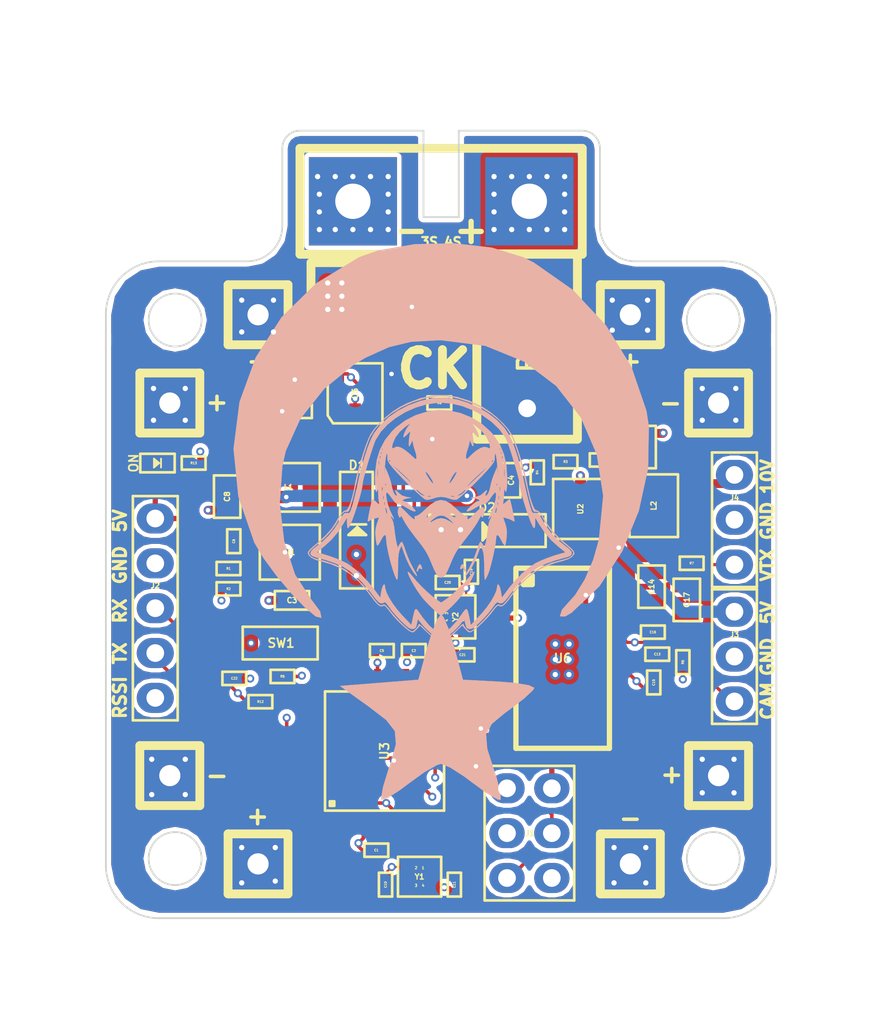
<source format=kicad_pcb>
(kicad_pcb (version 4) (host pcbnew 4.0.6)
  (layers (0 Signal1 signal) (1 Ground_1 power) (2 Ground_2 power) (31 V+2 power) (34 B.Paste user) (35 F.Paste user) (36 B.SilkS user hide) (37 F.SilkS user) (38 B.Mask user) (39 F.Mask user) (44 Edge.Cuts user))
  (net 0 "")
  (net 1 +5V)
  (net 2 GND)
  (net 3 LIPO_IN)
  (net 4 "Net-(C5-Pad1)")
  (net 5 "Net-(C6-Pad1)")
  (net 6 "Net-(C6-Pad2)")
  (net 7 "Net-(C7-Pad1)")
  (net 8 "Net-(C7-Pad2)")
  (net 9 "Net-(C10-Pad2)")
  (net 10 "Net-(C11-Pad2)")
  (net 11 LIPO_ADC)
  (net 12 "Net-(C13-Pad1)")
  (net 13 VIDEO_IN)
  (net 14 "Net-(C14-Pad1)")
  (net 15 "Net-(C14-Pad2)")
  (net 16 "Net-(C17-Pad1)")
  (net 17 CURRENT_ADC)
  (net 18 "Net-(C20-Pad2)")
  (net 19 "Net-(C21-Pad2)")
  (net 20 SPI_MISO)
  (net 21 SPI_SCK)
  (net 22 SPI_MOSI)
  (net 23 RESET)
  (net 24 RX)
  (net 25 TX)
  (net 26 VIDEO_OUT)
  (net 27 "Net-(R1-Pad2)")
  (net 28 "Net-(R3-Pad2)")
  (net 29 "Net-(U3-Pad1)")
  (net 30 "Net-(U3-Pad2)")
  (net 31 "Net-(U3-Pad9)")
  (net 32 "Net-(U3-Pad10)")
  (net 33 "Net-(U3-Pad11)")
  (net 34 "Net-(U3-Pad12)")
  (net 35 "Net-(U3-Pad13)")
  (net 36 OSD_CS)
  (net 37 "Net-(U3-Pad19)")
  (net 38 "Net-(U3-Pad22)")
  (net 39 "Net-(U3-Pad26)")
  (net 40 "Net-(U3-Pad27)")
  (net 41 "Net-(U3-Pad28)")
  (net 42 "Net-(U3-Pad32)")
  (net 43 "Net-(U6-Pad1)")
  (net 44 "Net-(U6-Pad2)")
  (net 45 "Net-(U6-Pad7)")
  (net 46 "Net-(U6-Pad12)")
  (net 47 "Net-(U6-Pad13)")
  (net 48 "Net-(U6-Pad14)")
  (net 49 "Net-(U6-Pad15)")
  (net 50 "Net-(U6-Pad16)")
  (net 51 "Net-(U6-Pad17)")
  (net 52 "Net-(U6-Pad18)")
  (net 53 "Net-(U6-Pad27)")
  (net 54 "Net-(U6-Pad28)")
  (net 55 RSSI)
  (net 56 "Net-(D4-Pad1)")
  (net 57 "Net-(R12-Pad1)")
  (net 58 LIPO_IN2)
  (net 59 +10V)
  (module Footprints:VIA (layer Signal1) (at 137 69 90)
    (fp_text reference REF** hide)
    (fp_text value Via hide)
    (pad 1 thru_hole circle (at 0 0 90) (size 0.6 0.6) (drill 0.3) (layers *.Cu) (net 3 LIPO_IN))
  )
  (module Footprints:VIA (layer Signal1) (at 137 70 90)
    (fp_text reference REF** hide)
    (fp_text value Via hide)
    (pad 1 thru_hole circle (at 0 0 90) (size 0.6 0.6) (drill 0.3) (layers *.Cu) (net 3 LIPO_IN))
  )
  (module Footprints:VIA (layer Signal1) (at 137 71 90)
    (fp_text reference REF** hide)
    (fp_text value Via hide)
    (pad 1 thru_hole circle (at 0 0 90) (size 0.6 0.6) (drill 0.3) (layers *.Cu) (net 3 LIPO_IN))
  )
  (module Footprints:VIA (layer Signal1) (at 138 71 90)
    (fp_text reference REF** hide)
    (fp_text value Via hide)
    (pad 1 thru_hole circle (at 0 0 90) (size 0.6 0.6) (drill 0.3) (layers *.Cu) (net 3 LIPO_IN))
  )
  (module Footprints:VIA (layer Signal1) (at 139 71 90)
    (fp_text reference REF** hide)
    (fp_text value Via hide)
    (pad 1 thru_hole circle (at 0 0 90) (size 0.6 0.6) (drill 0.3) (layers *.Cu) (net 3 LIPO_IN))
  )
  (module Footprints:VIA (layer Signal1) (at 140 71 90)
    (fp_text reference REF** hide)
    (fp_text value Via hide)
    (pad 1 thru_hole circle (at 0 0 90) (size 0.6 0.6) (drill 0.3) (layers *.Cu) (net 3 LIPO_IN))
  )
  (module Footprints:VIA (layer Signal1) (at 141 71 90)
    (fp_text reference REF** hide)
    (fp_text value Via hide)
    (pad 1 thru_hole circle (at 0 0 90) (size 0.6 0.6) (drill 0.3) (layers *.Cu) (net 3 LIPO_IN))
  )
  (module Footprints:VIA (layer Signal1) (at 141 70 90)
    (fp_text reference REF** hide)
    (fp_text value Via hide)
    (pad 1 thru_hole circle (at 0 0 90) (size 0.6 0.6) (drill 0.3) (layers *.Cu) (net 3 LIPO_IN))
  )
  (module Footprints:VIA (layer Signal1) (at 141 69 90)
    (fp_text reference REF** hide)
    (fp_text value Via hide)
    (pad 1 thru_hole circle (at 0 0 90) (size 0.6 0.6) (drill 0.3) (layers *.Cu) (net 3 LIPO_IN))
  )
  (module Footprints:VIA (layer Signal1) (at 141 68 90)
    (fp_text reference REF** hide)
    (fp_text value Via hide)
    (pad 1 thru_hole circle (at 0 0 90) (size 0.6 0.6) (drill 0.3) (layers *.Cu) (net 3 LIPO_IN))
  )
  (module Footprints:VIA (layer Signal1) (at 140 68 90)
    (fp_text reference REF** hide)
    (fp_text value Via hide)
    (pad 1 thru_hole circle (at 0 0 90) (size 0.6 0.6) (drill 0.3) (layers *.Cu) (net 3 LIPO_IN))
  )
  (module Footprints:VIA (layer Signal1) (at 139 68 90)
    (fp_text reference REF** hide)
    (fp_text value Via hide)
    (pad 1 thru_hole circle (at 0 0 90) (size 0.6 0.6) (drill 0.3) (layers *.Cu) (net 3 LIPO_IN))
  )
  (module Footprints:VIA (layer Signal1) (at 138 68 90)
    (fp_text reference REF** hide)
    (fp_text value Via hide)
    (pad 1 thru_hole circle (at 0 0 90) (size 0.6 0.6) (drill 0.3) (layers *.Cu) (net 3 LIPO_IN))
  )
  (module Footprints:VIA (layer Signal1) (at 137 68 90)
    (fp_text reference REF** hide)
    (fp_text value Via hide)
    (pad 1 thru_hole circle (at 0 0 90) (size 0.6 0.6) (drill 0.3) (layers *.Cu) (net 3 LIPO_IN))
  )
  (module Footprints:VIA (layer Signal1) (at 127.1 69 90)
    (fp_text reference REF** hide)
    (fp_text value Via hide)
    (pad 1 thru_hole circle (at 0 0 90) (size 0.6 0.6) (drill 0.3) (layers *.Cu) (net 2 GND))
  )
  (module Footprints:VIA (layer Signal1) (at 127.1 70 90)
    (fp_text reference REF** hide)
    (fp_text value Via hide)
    (pad 1 thru_hole circle (at 0 0 90) (size 0.6 0.6) (drill 0.3) (layers *.Cu) (net 2 GND))
  )
  (module Footprints:VIA (layer Signal1) (at 127.1 71 90)
    (fp_text reference REF** hide)
    (fp_text value Via hide)
    (pad 1 thru_hole circle (at 0 0 90) (size 0.6 0.6) (drill 0.3) (layers *.Cu) (net 2 GND))
  )
  (module Footprints:VIA (layer Signal1) (at 128 71 90)
    (fp_text reference REF** hide)
    (fp_text value Via hide)
    (pad 1 thru_hole circle (at 0 0 90) (size 0.6 0.6) (drill 0.3) (layers *.Cu) (net 2 GND))
  )
  (module Footprints:VIA (layer Signal1) (at 129 71 90)
    (fp_text reference REF** hide)
    (fp_text value Via hide)
    (pad 1 thru_hole circle (at 0 0 90) (size 0.6 0.6) (drill 0.3) (layers *.Cu) (net 2 GND))
  )
  (module Footprints:VIA (layer Signal1) (at 130 71 90)
    (fp_text reference REF** hide)
    (fp_text value Via hide)
    (pad 1 thru_hole circle (at 0 0 90) (size 0.6 0.6) (drill 0.3) (layers *.Cu) (net 2 GND))
  )
  (module Footprints:VIA (layer Signal1) (at 131 71 90)
    (fp_text reference REF** hide)
    (fp_text value Via hide)
    (pad 1 thru_hole circle (at 0 0 90) (size 0.6 0.6) (drill 0.3) (layers *.Cu) (net 2 GND))
  )
  (module Footprints:VIA (layer Signal1) (at 131 70 90)
    (fp_text reference REF** hide)
    (fp_text value Via hide)
    (pad 1 thru_hole circle (at 0 0 90) (size 0.6 0.6) (drill 0.3) (layers *.Cu) (net 2 GND))
  )
  (module Footprints:VIA (layer Signal1) (at 131 69 90)
    (fp_text reference REF** hide)
    (fp_text value Via hide)
    (pad 1 thru_hole circle (at 0 0 90) (size 0.6 0.6) (drill 0.3) (layers *.Cu) (net 2 GND))
  )
  (module Footprints:VIA (layer Signal1) (at 131 68 90)
    (fp_text reference REF** hide)
    (fp_text value Via hide)
    (pad 1 thru_hole circle (at 0 0 90) (size 0.6 0.6) (drill 0.3) (layers *.Cu) (net 2 GND))
  )
  (module Footprints:VIA (layer Signal1) (at 130 68 90)
    (fp_text reference REF** hide)
    (fp_text value Via hide)
    (pad 1 thru_hole circle (at 0 0 90) (size 0.6 0.6) (drill 0.3) (layers *.Cu) (net 2 GND))
  )
  (module Footprints:VIA (layer Signal1) (at 129 68 90)
    (fp_text reference REF** hide)
    (fp_text value Via hide)
    (pad 1 thru_hole circle (at 0 0 90) (size 0.6 0.6) (drill 0.3) (layers *.Cu) (net 2 GND))
  )
  (module Footprints:VIA (layer Signal1) (at 128 68 90)
    (fp_text reference REF** hide)
    (fp_text value Via hide)
    (pad 1 thru_hole circle (at 0 0 90) (size 0.6 0.6) (drill 0.3) (layers *.Cu) (net 2 GND))
  )
  (module Footprints:VIA (layer Signal1) (at 127 68 90)
    (fp_text reference REF** hide)
    (fp_text value Via hide)
    (pad 1 thru_hole circle (at 0 0 90) (size 0.6 0.6) (drill 0.3) (layers *.Cu) (net 2 GND))
  )
  (module Footprints:VIA (layer Signal1) (at 122.7 108 90)
    (fp_text reference REF** hide)
    (fp_text value Via hide)
    (pad 1 thru_hole circle (at 0 0 90) (size 0.6 0.6) (drill 0.3) (layers *.Cu) (net 58 LIPO_IN2))
  )
  (module Footprints:VIA (layer Signal1) (at 122.7 106 90)
    (fp_text reference REF** hide)
    (fp_text value Via hide)
    (pad 1 thru_hole circle (at 0 0 90) (size 0.6 0.6) (drill 0.3) (layers *.Cu) (net 58 LIPO_IN2))
  )
  (module Footprints:VIA (layer Signal1) (at 124.6 106 90)
    (fp_text reference REF** hide)
    (fp_text value Via hide)
    (pad 1 thru_hole circle (at 0 0 90) (size 0.6 0.6) (drill 0.3) (layers *.Cu) (net 58 LIPO_IN2))
  )
  (module Footprints:VIA (layer Signal1) (at 124.6 107.9 90)
    (fp_text reference REF** hide)
    (fp_text value Via hide)
    (pad 1 thru_hole circle (at 0 0 90) (size 0.6 0.6) (drill 0.3) (layers *.Cu) (net 58 LIPO_IN2))
  )
  (module Footprints:VIA (layer Signal1) (at 117.6 101 90)
    (fp_text reference REF** hide)
    (fp_text value Via hide)
    (pad 1 thru_hole circle (at 0 0 90) (size 0.6 0.6) (drill 0.3) (layers *.Cu) (net 2 GND))
  )
  (module Footprints:VIA (layer Signal1) (at 117.6 103 90)
    (fp_text reference REF** hide)
    (fp_text value Via hide)
    (pad 1 thru_hole circle (at 0 0 90) (size 0.6 0.6) (drill 0.3) (layers *.Cu) (net 2 GND))
  )
  (module Footprints:VIA (layer Signal1) (at 119.5 103 90)
    (fp_text reference REF** hide)
    (fp_text value Via hide)
    (pad 1 thru_hole circle (at 0 0 90) (size 0.6 0.6) (drill 0.3) (layers *.Cu) (net 2 GND))
  )
  (module Footprints:VIA (layer Signal1) (at 119.5 101 90)
    (fp_text reference REF** hide)
    (fp_text value Via hide)
    (pad 1 thru_hole circle (at 0 0 90) (size 0.6 0.6) (drill 0.3) (layers *.Cu) (net 2 GND))
  )
  (module Footprints:VIA (layer Signal1) (at 143.8 106 90)
    (fp_text reference REF** hide)
    (fp_text value Via hide)
    (pad 1 thru_hole circle (at 0 0 90) (size 0.6 0.6) (drill 0.3) (layers *.Cu) (net 2 GND))
  )
  (module Footprints:VIA (layer Signal1) (at 143.8 108 90)
    (fp_text reference REF** hide)
    (fp_text value Via hide)
    (pad 1 thru_hole circle (at 0 0 90) (size 0.6 0.6) (drill 0.3) (layers *.Cu) (net 2 GND))
  )
  (module Footprints:VIA (layer Signal1) (at 145.6 108 90)
    (fp_text reference REF** hide)
    (fp_text value Via hide)
    (pad 1 thru_hole circle (at 0 0 90) (size 0.6 0.6) (drill 0.3) (layers *.Cu) (net 2 GND))
  )
  (module Footprints:VIA (layer Signal1) (at 145.6 106 90)
    (fp_text reference REF** hide)
    (fp_text value Via hide)
    (pad 1 thru_hole circle (at 0 0 90) (size 0.6 0.6) (drill 0.3) (layers *.Cu) (net 2 GND))
  )
  (module Footprints:VIA (layer Signal1) (at 148.8 101 90)
    (fp_text reference REF** hide)
    (fp_text value Via hide)
    (pad 1 thru_hole circle (at 0 0 90) (size 0.6 0.6) (drill 0.3) (layers *.Cu) (net 58 LIPO_IN2))
  )
  (module Footprints:VIA (layer Signal1) (at 148.8 102.9 90)
    (fp_text reference REF** hide)
    (fp_text value Via hide)
    (pad 1 thru_hole circle (at 0 0 90) (size 0.6 0.6) (drill 0.3) (layers *.Cu) (net 58 LIPO_IN2))
  )
  (module Footprints:VIA (layer Signal1) (at 150.6 102.9 90)
    (fp_text reference REF** hide)
    (fp_text value Via hide)
    (pad 1 thru_hole circle (at 0 0 90) (size 0.6 0.6) (drill 0.3) (layers *.Cu) (net 58 LIPO_IN2))
  )
  (module Footprints:VIA (layer Signal1) (at 150.6 101 90)
    (fp_text reference REF** hide)
    (fp_text value Via hide)
    (pad 1 thru_hole circle (at 0 0 90) (size 0.6 0.6) (drill 0.3) (layers *.Cu) (net 58 LIPO_IN2))
  )
  (module Footprints:VIA (layer Signal1) (at 150.7 80 90)
    (fp_text reference REF** hide)
    (fp_text value Via hide)
    (pad 1 thru_hole circle (at 0 0 90) (size 0.6 0.6) (drill 0.3) (layers *.Cu) (net 2 GND))
  )
  (module Footprints:VIA (layer Signal1) (at 150.7 81.8 90)
    (fp_text reference REF** hide)
    (fp_text value Via hide)
    (pad 1 thru_hole circle (at 0 0 90) (size 0.6 0.6) (drill 0.3) (layers *.Cu) (net 2 GND))
  )
  (module Footprints:VIA (layer Signal1) (at 148.8 81.8 90)
    (fp_text reference REF** hide)
    (fp_text value Via hide)
    (pad 1 thru_hole circle (at 0 0 90) (size 0.6 0.6) (drill 0.3) (layers *.Cu) (net 2 GND))
  )
  (module Footprints:VIA (layer Signal1) (at 148.8 80 90)
    (fp_text reference REF** hide)
    (fp_text value Via hide)
    (pad 1 thru_hole circle (at 0 0 90) (size 0.6 0.6) (drill 0.3) (layers *.Cu) (net 2 GND))
  )
  (module Footprints:VIA (layer Signal1) (at 145.7 75 90)
    (fp_text reference REF** hide)
    (fp_text value Via hide)
    (pad 1 thru_hole circle (at 0 0 90) (size 0.6 0.6) (drill 0.3) (layers *.Cu) (net 58 LIPO_IN2))
  )
  (module Footprints:VIA (layer Signal1) (at 145.7 76.7 90)
    (fp_text reference REF** hide)
    (fp_text value Via hide)
    (pad 1 thru_hole circle (at 0 0 90) (size 0.6 0.6) (drill 0.3) (layers *.Cu) (net 58 LIPO_IN2))
  )
  (module Footprints:VIA (layer Signal1) (at 143.7 76.7 90)
    (fp_text reference REF** hide)
    (fp_text value Via hide)
    (pad 1 thru_hole circle (at 0 0 90) (size 0.6 0.6) (drill 0.3) (layers *.Cu) (net 58 LIPO_IN2))
  )
  (module Footprints:VIA (layer Signal1) (at 143.7 75 90)
    (fp_text reference REF** hide)
    (fp_text value Via hide)
    (pad 1 thru_hole circle (at 0 0 90) (size 0.6 0.6) (drill 0.3) (layers *.Cu) (net 58 LIPO_IN2))
  )
  (module Footprints:VIA (layer Signal1) (at 119.5 80 90)
    (fp_text reference REF** hide)
    (fp_text value Via hide)
    (pad 1 thru_hole circle (at 0 0 90) (size 0.6 0.6) (drill 0.3) (layers *.Cu) (net 58 LIPO_IN2))
  )
  (module Footprints:VIA (layer Signal1) (at 119.5 81.8 90)
    (fp_text reference REF** hide)
    (fp_text value Via hide)
    (pad 1 thru_hole circle (at 0 0 90) (size 0.6 0.6) (drill 0.3) (layers *.Cu) (net 58 LIPO_IN2))
  )
  (module Footprints:VIA (layer Signal1) (at 117.7 80 90)
    (fp_text reference REF** hide)
    (fp_text value Via hide)
    (pad 1 thru_hole circle (at 0 0 90) (size 0.6 0.6) (drill 0.3) (layers *.Cu) (net 58 LIPO_IN2))
  )
  (module Footprints:VIA (layer Signal1) (at 117.7 81.8 90)
    (fp_text reference REF** hide)
    (fp_text value Via hide)
    (pad 1 thru_hole circle (at 0 0 90) (size 0.6 0.6) (drill 0.3) (layers *.Cu) (net 58 LIPO_IN2))
  )
  (module Footprints:VIA (layer Signal1) (at 124.5 75 90)
    (fp_text reference REF** hide)
    (fp_text value Via hide)
    (pad 1 thru_hole circle (at 0 0 90) (size 0.6 0.6) (drill 0.3) (layers *.Cu) (net 2 GND))
  )
  (module Footprints:VIA (layer Signal1) (at 124.5 76.8 90)
    (fp_text reference REF** hide)
    (fp_text value Via hide)
    (pad 1 thru_hole circle (at 0 0 90) (size 0.6 0.6) (drill 0.3) (layers *.Cu) (net 2 GND))
  )
  (module Footprints:VIA (layer Signal1) (at 122.7 76.8 90)
    (fp_text reference REF** hide)
    (fp_text value Via hide)
    (pad 1 thru_hole circle (at 0 0 90) (size 0.6 0.6) (drill 0.3) (layers *.Cu) (net 2 GND))
  )
  (module Footprints:VIA (layer Signal1) (at 122.7 75 90)
    (fp_text reference REF** hide)
    (fp_text value Via hide)
    (pad 1 thru_hole circle (at 0 0 90) (size 0.6 0.6) (drill 0.3) (layers *.Cu) (net 2 GND))
  )
  (module Footprints:5.0SMDJ17CA (layer Signal1) (at 131.075 74.775 180)
    (fp_text reference D3 (at 0 0 180) (layer F.SilkS) (effects (font (size 0.7 0.7))))
    (fp_text value 5.0SMDJ17CA)
    (pad 1 smd rect (at -3.1 0 180) (size 2.2 3.3) (layers Signal1 F.Paste F.Mask) (net 3 LIPO_IN))
    (pad 2 smd rect (at 3.1 0 180) (size 2.2 3.3) (layers Signal1 F.Paste F.Mask) (net 2 GND))
  )
  (module Footprints:SMD_3920 (layer Signal1) (at 138.875 77.625 270)
    (fp_text reference R10 (at 0 0 270) (layer F.SilkS) (effects (font (thickness 0.2))))
    (fp_text value 0.5m)
    (pad 1 smd rect (at -3.5 0 270) (size 3 5.2) (layers Signal1 F.Paste F.Mask) (net 3 LIPO_IN))
    (pad 2 thru_hole rect (at 3.5 0 270) (size 3 5.2) (drill 1) (layers *.Cu *.Mask) (net 58 LIPO_IN2))
  )
  (module Footprints:VIA (layer Signal1) (at 129.2 89.4 90)
    (fp_text reference REF** hide)
    (fp_text value Via hide)
    (pad 1 thru_hole circle (at 0 0 90) (size 0.6 0.6) (drill 0.3) (layers *.Cu) (net 2 GND))
  )
  (module Footprints:VIA (layer Signal1) (at 129.2 90.6 90)
    (fp_text reference REF** hide)
    (fp_text value Via hide)
    (pad 1 thru_hole circle (at 0 0 90) (size 0.6 0.6) (drill 0.3) (layers *.Cu) (net 2 GND))
  )
  (module Footprints:VIA (layer Signal1) (at 135.1 88)
    (fp_text reference REF** hide)
    (fp_text value Via hide)
    (pad 1 thru_hole circle (at 0 0) (size 0.6 0.6) (drill 0.3) (layers *.Cu) (net 2 GND))
  )
  (module Footprints:VIA (layer Signal1) (at 134 88)
    (fp_text reference REF** hide)
    (fp_text value Via hide)
    (pad 1 thru_hole circle (at 0 0) (size 0.6 0.6) (drill 0.3) (layers *.Cu) (net 2 GND))
  )
  (module Footprints:VIA (layer Signal1) (at 141.25 95.35 90)
    (fp_text reference REF** hide)
    (fp_text value Via hide)
    (pad 1 thru_hole circle (at 0 0 90) (size 0.6 0.6) (drill 0.3) (layers *.Cu) (net 2 GND))
  )
  (module Footprints:VIA (layer Signal1) (at 141.245 96.2 90)
    (fp_text reference REF** hide)
    (fp_text value Via hide)
    (pad 1 thru_hole circle (at 0 0 90) (size 0.6 0.6) (drill 0.3) (layers *.Cu) (net 2 GND))
  )
  (module Footprints:VIA (layer Signal1) (at 141.25 94.475 90)
    (fp_text reference REF** hide)
    (fp_text value Via hide)
    (pad 1 thru_hole circle (at 0 0 90) (size 0.6 0.6) (drill 0.3) (layers *.Cu) (net 2 GND))
  )
  (module Footprints:VIA (layer Signal1) (at 140.475 94.475 90)
    (fp_text reference REF** hide)
    (fp_text value Via hide)
    (pad 1 thru_hole circle (at 0 0 90) (size 0.6 0.6) (drill 0.3) (layers *.Cu) (net 2 GND))
  )
  (module Footprints:VIA (layer Signal1) (at 140.475 95.35 90)
    (fp_text reference REF** hide)
    (fp_text value Via hide)
    (pad 1 thru_hole circle (at 0 0 90) (size 0.6 0.6) (drill 0.3) (layers *.Cu) (net 2 GND))
  )
  (module Footprints:VIA (layer Signal1) (at 128.375 74.025 90)
    (fp_text reference REF** hide)
    (fp_text value Via hide)
    (pad 1 thru_hole circle (at 0 0 90) (size 0.6 0.6) (drill 0.3) (layers *.Cu) (net 2 GND))
  )
  (module Footprints:VIA (layer Signal1) (at 128.375 74.775 90)
    (fp_text reference REF** hide)
    (fp_text value Via hide)
    (pad 1 thru_hole circle (at 0 0 90) (size 0.6 0.6) (drill 0.3) (layers *.Cu) (net 2 GND))
  )
  (module Footprints:VIA (layer Signal1) (at 128.375 75.525 90)
    (fp_text reference REF** hide)
    (fp_text value Via hide)
    (pad 1 thru_hole circle (at 0 0 90) (size 0.6 0.6) (drill 0.3) (layers *.Cu) (net 2 GND))
  )
  (module Footprints:VIA (layer Signal1) (at 127.575 74.025 90)
    (fp_text reference REF** hide)
    (fp_text value Via hide)
    (pad 1 thru_hole circle (at 0 0 90) (size 0.6 0.6) (drill 0.3) (layers *.Cu) (net 2 GND))
  )
  (module Footprints:VIA (layer Signal1) (at 127.575 74.775 90)
    (fp_text reference REF** hide)
    (fp_text value Via hide)
    (pad 1 thru_hole circle (at 0 0 90) (size 0.6 0.6) (drill 0.3) (layers *.Cu) (net 2 GND))
  )
  (module Footprints:SMD_0402 (layer Signal1) (at 130.33 106.15 180)
    (fp_text reference C1 (at 0 0 180) (layer F.SilkS) (effects (font (size 0.127 0.127) (thickness 0.03175))))
    (fp_text value 100nF)
    (pad 1 smd rect (at -0.4 0 180) (size 0.4 0.6) (layers Signal1 F.Paste F.Mask) (net 1 +5V))
    (pad 2 smd rect (at 0.4 0 180) (size 0.4 0.6) (layers Signal1 F.Paste F.Mask) (net 2 GND))
  )
  (module Footprints:SMD_0402 (layer Signal1) (at 132.45 94.85 180)
    (fp_text reference C2 (at 0 0 180) (layer F.SilkS) (effects (font (size 0.127 0.127) (thickness 0.03175))))
    (fp_text value 100nF)
    (pad 1 smd rect (at -0.4 0 180) (size 0.4 0.6) (layers Signal1 F.Paste F.Mask) (net 1 +5V))
    (pad 2 smd rect (at 0.4 0 180) (size 0.4 0.6) (layers Signal1 F.Paste F.Mask) (net 2 GND))
  )
  (module Footprints:SMD_0603 (layer Signal1) (at 125.55 92 180)
    (fp_text reference C3 (at 0 0 180) (layer F.SilkS) (effects (font (size 0.3 0.3) (thickness 0.075))))
    (fp_text value 10uF)
    (pad 1 smd rect (at -0.65 0 180) (size 0.5 0.9) (layers Signal1 F.Paste F.Mask) (net 58 LIPO_IN2))
    (pad 2 smd rect (at 0.65 0 180) (size 0.5 0.9) (layers Signal1 F.Paste F.Mask) (net 2 GND))
  )
  (module Footprints:SMD_0603 (layer Signal1) (at 137.97 85.2 90)
    (fp_text reference C4 (at 0 0 90) (layer F.SilkS) (effects (font (size 0.3 0.3) (thickness 0.075))))
    (fp_text value 10uF)
    (pad 1 smd rect (at -0.65 0 90) (size 0.5 0.9) (layers Signal1 F.Paste F.Mask) (net 58 LIPO_IN2))
    (pad 2 smd rect (at 0.65 0 90) (size 0.5 0.9) (layers Signal1 F.Paste F.Mask) (net 2 GND))
  )
  (module Footprints:SMD_0402 (layer Signal1) (at 130.64 94.85 180)
    (fp_text reference C5 (at 0 0 180) (layer F.SilkS) (effects (font (size 0.127 0.127) (thickness 0.03175))))
    (fp_text value 100nF)
    (pad 1 smd rect (at -0.4 0 180) (size 0.4 0.6) (layers Signal1 F.Paste F.Mask) (net 4 "Net-(C5-Pad1)"))
    (pad 2 smd rect (at 0.4 0 180) (size 0.4 0.6) (layers Signal1 F.Paste F.Mask) (net 2 GND))
  )
  (module Footprints:SMD_0402 (layer Signal1) (at 122.25 88.65 90)
    (fp_text reference C6 (at 0 0 90) (layer F.SilkS) (effects (font (size 0.127 0.127) (thickness 0.03175))))
    (fp_text value 10nF)
    (pad 1 smd rect (at -0.4 0 90) (size 0.4 0.6) (layers Signal1 F.Paste F.Mask) (net 5 "Net-(C6-Pad1)"))
    (pad 2 smd rect (at 0.4 0 90) (size 0.4 0.6) (layers Signal1 F.Paste F.Mask) (net 6 "Net-(C6-Pad2)"))
  )
  (module Footprints:SMD_0402 (layer Signal1) (at 143.1 84.05)
    (fp_text reference C7 (at 0 0) (layer F.SilkS) (effects (font (size 0.127 0.127) (thickness 0.03175))))
    (fp_text value 10nF)
    (pad 1 smd rect (at -0.4 0) (size 0.4 0.6) (layers Signal1 F.Paste F.Mask) (net 7 "Net-(C7-Pad1)"))
    (pad 2 smd rect (at 0.4 0) (size 0.4 0.6) (layers Signal1 F.Paste F.Mask) (net 8 "Net-(C7-Pad2)"))
  )
  (module Footprints:SMD_0805 (layer Signal1) (at 121.875 86.125 270)
    (fp_text reference C8 (at 0 0 270) (layer F.SilkS) (effects (font (size 0.3 0.3) (thickness 0.075))))
    (fp_text value 22uF)
    (pad 1 smd rect (at -0.775 0 270) (size 0.7 1.35) (layers Signal1 F.Paste F.Mask) (net 1 +5V))
    (pad 2 smd rect (at 0.775 0 270) (size 0.7 1.35) (layers Signal1 F.Paste F.Mask) (net 2 GND))
  )
  (module Footprints:SMD_0805 (layer Signal1) (at 145.42 83.32 90)
    (fp_text reference C9 (at 0 0 90) (layer F.SilkS) (effects (font (size 0.3 0.3) (thickness 0.075))))
    (fp_text value 22uF)
    (pad 1 smd rect (at -0.775 0 90) (size 0.7 1.35) (layers Signal1 F.Paste F.Mask) (net 59 +10V))
    (pad 2 smd rect (at 0.775 0 90) (size 0.7 1.35) (layers Signal1 F.Paste F.Mask) (net 2 GND))
  )
  (module Footprints:SMD_0402 (layer Signal1) (at 130.85 108.1 270)
    (fp_text reference C10 (at 0 0 270) (layer F.SilkS) (effects (font (size 0.127 0.127) (thickness 0.03175))))
    (fp_text value 15pF)
    (pad 1 smd rect (at -0.4 0 270) (size 0.4 0.6) (layers Signal1 F.Paste F.Mask) (net 2 GND))
    (pad 2 smd rect (at 0.4 0 270) (size 0.4 0.6) (layers Signal1 F.Paste F.Mask) (net 9 "Net-(C10-Pad2)"))
  )
  (module Footprints:SMD_0402 (layer Signal1) (at 134.75 108.1 90)
    (fp_text reference C11 (at 0 0 90) (layer F.SilkS) (effects (font (size 0.127 0.127) (thickness 0.03175))))
    (fp_text value 15pF)
    (pad 1 smd rect (at -0.4 0 90) (size 0.4 0.6) (layers Signal1 F.Paste F.Mask) (net 2 GND))
    (pad 2 smd rect (at 0.4 0 90) (size 0.4 0.6) (layers Signal1 F.Paste F.Mask) (net 10 "Net-(C11-Pad2)"))
  )
  (module Footprints:SMD_0402 (layer Signal1) (at 133.9 82.125 180)
    (fp_text reference C12 (at 0 0 180) (layer F.SilkS) (effects (font (size 0.127 0.127) (thickness 0.03175))))
    (fp_text value 100nF)
    (pad 1 smd rect (at -0.4 0 180) (size 0.4 0.6) (layers Signal1 F.Paste F.Mask) (net 11 LIPO_ADC))
    (pad 2 smd rect (at 0.4 0 180) (size 0.4 0.6) (layers Signal1 F.Paste F.Mask) (net 2 GND))
  )
  (module Footprints:SMD_0402 (layer Signal1) (at 146.25 95.05)
    (fp_text reference C13 (at 0 0) (layer F.SilkS) (effects (font (size 0.127 0.127) (thickness 0.03175))))
    (fp_text value 100nF)
    (pad 1 smd rect (at -0.4 0) (size 0.4 0.6) (layers Signal1 F.Paste F.Mask) (net 12 "Net-(C13-Pad1)"))
    (pad 2 smd rect (at 0.4 0) (size 0.4 0.6) (layers Signal1 F.Paste F.Mask) (net 13 VIDEO_IN))
  )
  (module Footprints:SMD_0805 (layer Signal1) (at 145.925 91.225 90)
    (fp_text reference C14 (at 0 0 90) (layer F.SilkS) (effects (font (size 0.3 0.3) (thickness 0.075))))
    (fp_text value 47uF)
    (pad 1 smd rect (at -0.775 0 90) (size 0.7 1.35) (layers Signal1 F.Paste F.Mask) (net 14 "Net-(C14-Pad1)"))
    (pad 2 smd rect (at 0.775 0 90) (size 0.7 1.35) (layers Signal1 F.Paste F.Mask) (net 15 "Net-(C14-Pad2)"))
  )
  (module Footprints:SMD_0402 (layer Signal1) (at 146.05 96.65 270)
    (fp_text reference C15 (at 0 0 270) (layer F.SilkS) (effects (font (size 0.127 0.127) (thickness 0.03175))))
    (fp_text value 100nF)
    (pad 1 smd rect (at -0.4 0 270) (size 0.4 0.6) (layers Signal1 F.Paste F.Mask) (net 1 +5V))
    (pad 2 smd rect (at 0.4 0 270) (size 0.4 0.6) (layers Signal1 F.Paste F.Mask) (net 2 GND))
  )
  (module Footprints:SMD_0402 (layer Signal1) (at 146 93.8)
    (fp_text reference C16 (at 0 0) (layer F.SilkS) (effects (font (size 0.127 0.127) (thickness 0.03175))))
    (fp_text value 100nF)
    (pad 1 smd rect (at -0.4 0) (size 0.4 0.6) (layers Signal1 F.Paste F.Mask) (net 1 +5V))
    (pad 2 smd rect (at 0.4 0) (size 0.4 0.6) (layers Signal1 F.Paste F.Mask) (net 2 GND))
  )
  (module Footprints:SMD_0805 (layer Signal1) (at 147.925 91.975 90)
    (fp_text reference C17 (at 0 0 90) (layer F.SilkS) (effects (font (size 0.3 0.3) (thickness 0.075))))
    (fp_text value 47uF)
    (pad 1 smd rect (at -0.775 0 90) (size 0.7 1.35) (layers Signal1 F.Paste F.Mask) (net 16 "Net-(C17-Pad1)"))
    (pad 2 smd rect (at 0.775 0 90) (size 0.7 1.35) (layers Signal1 F.Paste F.Mask) (net 15 "Net-(C14-Pad2)"))
  )
  (module Footprints:SMD_0402 (layer Signal1) (at 126 81.3 180)
    (fp_text reference C18 (at 0 0 180) (layer F.SilkS) (effects (font (size 0.127 0.127) (thickness 0.03175))))
    (fp_text value 100nF)
    (pad 1 smd rect (at -0.4 0 180) (size 0.4 0.6) (layers Signal1 F.Paste F.Mask) (net 17 CURRENT_ADC))
    (pad 2 smd rect (at 0.4 0 180) (size 0.4 0.6) (layers Signal1 F.Paste F.Mask) (net 2 GND))
  )
  (module Footprints:SMD_0402 (layer Signal1) (at 135.715 90.385 90)
    (fp_text reference C19 (at 0 0 90) (layer F.SilkS) (effects (font (size 0.127 0.127) (thickness 0.03175))))
    (fp_text value 100nF)
    (pad 1 smd rect (at -0.4 0 90) (size 0.4 0.6) (layers Signal1 F.Paste F.Mask) (net 2 GND))
    (pad 2 smd rect (at 0.4 0 90) (size 0.4 0.6) (layers Signal1 F.Paste F.Mask) (net 1 +5V))
  )
  (module Footprints:SMD_0402 (layer Signal1) (at 134.37 90.99 180)
    (fp_text reference C20 (at 0 0 180) (layer F.SilkS) (effects (font (size 0.127 0.127) (thickness 0.03175))))
    (fp_text value 15pF)
    (pad 1 smd rect (at -0.4 0 180) (size 0.4 0.6) (layers Signal1 F.Paste F.Mask) (net 2 GND))
    (pad 2 smd rect (at 0.4 0 180) (size 0.4 0.6) (layers Signal1 F.Paste F.Mask) (net 18 "Net-(C20-Pad2)"))
  )
  (module Footprints:SMD_0402 (layer Signal1) (at 135.215 95.085)
    (fp_text reference C21 (at 0 0) (layer F.SilkS) (effects (font (size 0.127 0.127) (thickness 0.03175))))
    (fp_text value 15pF)
    (pad 1 smd rect (at -0.4 0) (size 0.4 0.6) (layers Signal1 F.Paste F.Mask) (net 2 GND))
    (pad 2 smd rect (at 0.4 0) (size 0.4 0.6) (layers Signal1 F.Paste F.Mask) (net 19 "Net-(C21-Pad2)"))
  )
  (module Footprints:Diode_B230A (layer Signal1) (at 129.25 88.05 270)
    (fp_text reference D1 (at -3.7 0 360) (layer F.SilkS) (effects (font (size 0.5 0.5) (thickness 0.1))))
    (fp_text value B230A)
    (pad 1 smd rect (at -2 0.05 270) (size 2.5 1.7) (layers Signal1 F.Paste F.Mask) (net 6 "Net-(C6-Pad2)"))
    (pad 2 smd rect (at 1.95 0.05 270) (size 2.5 1.7) (layers Signal1 F.Paste F.Mask) (net 2 GND))
  )
  (module Footprints:Diode_B230A (layer Signal1) (at 136.6 88.1 180)
    (fp_text reference D2 (at 0 1.35 360) (layer F.SilkS) (effects (font (size 0.5 0.5) (thickness 0.1))))
    (fp_text value B230A)
    (pad 1 smd rect (at -2 0.05 180) (size 2.5 1.7) (layers Signal1 F.Paste F.Mask) (net 8 "Net-(C7-Pad2)"))
    (pad 2 smd rect (at 1.95 0.05 180) (size 2.5 1.7) (layers Signal1 F.Paste F.Mask) (net 2 GND))
  )
  (module Footprints:PinHeader_2x3-2.54mm (layer Signal1) (at 139.035 105.195)
    (fp_text reference J1 (at 0 0) (layer F.SilkS) (effects (font (size 0.3 0.3) (thickness 0.075))))
    (fp_text value ICSP)
    (pad 1 thru_hole oval (at -1.3 -2.55) (size 2 1.7) (drill 1) (layers *.Cu *.Mask) (net 20 SPI_MISO))
    (pad 2 thru_hole oval (at 1.24 -2.55) (size 2 1.7) (drill 1) (layers *.Cu *.Mask) (net 1 +5V))
    (pad 3 thru_hole oval (at -1.3 -0.01) (size 2 1.7) (drill 1) (layers *.Cu *.Mask) (net 21 SPI_SCK))
    (pad 4 thru_hole oval (at 1.24 -0.01) (size 2 1.7) (drill 1) (layers *.Cu *.Mask) (net 22 SPI_MOSI))
    (pad 5 thru_hole oval (at -1.3 2.53) (size 2 1.7) (drill 1) (layers *.Cu *.Mask) (net 23 RESET))
    (pad 6 thru_hole oval (at 1.24 2.53) (size 2 1.7) (drill 1) (layers *.Cu *.Mask) (net 2 GND))
  )
  (module Footprints:PinHeader_1x3-2.54mm (layer Signal1) (at 150.625 95.195)
    (fp_text reference J3 (at 0 -1.25) (layer F.SilkS) (effects (font (size 0.3 0.3) (thickness 0.075))))
    (fp_text value CAMERA)
    (pad 1 thru_hole oval (at 0 -2.55) (size 2.1 1.7) (drill 1) (layers *.Cu *.Mask) (net 1 +5V))
    (pad 2 thru_hole oval (at 0 -0.01) (size 2.1 1.7) (drill 1) (layers *.Cu *.Mask) (net 2 GND))
    (pad 3 thru_hole oval (at 0 2.53) (size 2.1 1.7) (drill 1) (layers *.Cu *.Mask) (net 13 VIDEO_IN))
  )
  (module Footprints:PinHeader_1x3-2.54mm (layer Signal1) (at 150.625 87.445)
    (fp_text reference J4 (at 0 -1.25) (layer F.SilkS) (effects (font (size 0.3 0.3) (thickness 0.075))))
    (fp_text value VTX)
    (pad 1 thru_hole oval (at 0 -2.55) (size 2.1 1.7) (drill 1) (layers *.Cu *.Mask) (net 59 +10V))
    (pad 2 thru_hole oval (at 0 -0.01) (size 2.1 1.7) (drill 1) (layers *.Cu *.Mask) (net 2 GND))
    (pad 3 thru_hole oval (at 0 2.53) (size 2.1 1.7) (drill 1) (layers *.Cu *.Mask) (net 26 VIDEO_OUT))
  )
  (module Footprints:SMD_1210 (layer Signal1) (at 125.35 85.6 180)
    (fp_text reference L1 (at 0 0 180) (layer F.SilkS) (effects (font (size 0.3 0.3) (thickness 0.075))))
    (fp_text value 4.7uH)
    (pad 1 smd rect (at -1.25 0 180) (size 0.9 2.6) (layers Signal1 F.Paste F.Mask) (net 6 "Net-(C6-Pad2)"))
    (pad 2 smd rect (at 1.25 0 180) (size 0.9 2.6) (layers Signal1 F.Paste F.Mask) (net 1 +5V))
  )
  (module Footprints:SMD_1210 (layer Signal1) (at 146.05 86.64 90)
    (fp_text reference L2 (at 0 0 90) (layer F.SilkS) (effects (font (size 0.3 0.3) (thickness 0.075))))
    (fp_text value 4.7uH)
    (pad 1 smd rect (at -1.25 0 90) (size 0.9 2.6) (layers Signal1 F.Paste F.Mask) (net 8 "Net-(C7-Pad2)"))
    (pad 2 smd rect (at 1.25 0 90) (size 0.9 2.6) (layers Signal1 F.Paste F.Mask) (net 59 +10V))
  )
  (module Footprints:SMD_0402 (layer Signal1) (at 121.95 90.2)
    (fp_text reference R1 (at 0 0) (layer F.SilkS) (effects (font (size 0.127 0.127) (thickness 0.03175))))
    (fp_text value 51.1K)
    (pad 1 smd rect (at -0.4 0) (size 0.4 0.6) (layers Signal1 F.Paste F.Mask) (net 1 +5V))
    (pad 2 smd rect (at 0.4 0) (size 0.4 0.6) (layers Signal1 F.Paste F.Mask) (net 27 "Net-(R1-Pad2)"))
  )
  (module Footprints:SMD_0402 (layer Signal1) (at 121.95 91.35 180)
    (fp_text reference R2 (at 0 0 180) (layer F.SilkS) (effects (font (size 0.127 0.127) (thickness 0.03175))))
    (fp_text value 10K)
    (pad 1 smd rect (at -0.4 0 180) (size 0.4 0.6) (layers Signal1 F.Paste F.Mask) (net 27 "Net-(R1-Pad2)"))
    (pad 2 smd rect (at 0.4 0 180) (size 0.4 0.6) (layers Signal1 F.Paste F.Mask) (net 2 GND))
  )
  (module Footprints:SMD_0402 (layer Signal1) (at 141.05 84.15 180)
    (fp_text reference R3 (at 0 0 180) (layer F.SilkS) (effects (font (size 0.127 0.127) (thickness 0.03175))))
    (fp_text value 113K)
    (pad 1 smd rect (at -0.4 0 180) (size 0.4 0.6) (layers Signal1 F.Paste F.Mask) (net 59 +10V))
    (pad 2 smd rect (at 0.4 0 180) (size 0.4 0.6) (layers Signal1 F.Paste F.Mask) (net 28 "Net-(R3-Pad2)"))
  )
  (module Footprints:SMD_0402 (layer Signal1) (at 139.45 84.75 90)
    (fp_text reference R4 (at 0 0 90) (layer F.SilkS) (effects (font (size 0.127 0.127) (thickness 0.03175))))
    (fp_text value 10K)
    (pad 1 smd rect (at -0.4 0 90) (size 0.4 0.6) (layers Signal1 F.Paste F.Mask) (net 28 "Net-(R3-Pad2)"))
    (pad 2 smd rect (at 0.4 0 90) (size 0.4 0.6) (layers Signal1 F.Paste F.Mask) (net 2 GND))
  )
  (module Footprints:SMD_0402 (layer Signal1) (at 125.01 96.31)
    (fp_text reference R5 (at 0 0) (layer F.SilkS) (effects (font (size 0.127 0.127) (thickness 0.03175))))
    (fp_text value 1K)
    (pad 1 smd rect (at -0.4 0) (size 0.4 0.6) (layers Signal1 F.Paste F.Mask) (net 1 +5V))
    (pad 2 smd rect (at 0.4 0) (size 0.4 0.6) (layers Signal1 F.Paste F.Mask) (net 23 RESET))
  )
  (module Footprints:SMD_0402 (layer Signal1) (at 147.7 95.5 270)
    (fp_text reference R6 (at 0 0 270) (layer F.SilkS) (effects (font (size 0.127 0.127) (thickness 0.03175))))
    (fp_text value 75)
    (pad 1 smd rect (at -0.4 0 270) (size 0.4 0.6) (layers Signal1 F.Paste F.Mask) (net 13 VIDEO_IN))
    (pad 2 smd rect (at 0.4 0 270) (size 0.4 0.6) (layers Signal1 F.Paste F.Mask) (net 2 GND))
  )
  (module Footprints:SMD_0402 (layer Signal1) (at 148.2 89.9)
    (fp_text reference R7 (at 0 0) (layer F.SilkS) (effects (font (size 0.127 0.127) (thickness 0.03175))))
    (fp_text value 75)
    (pad 1 smd rect (at -0.4 0) (size 0.4 0.6) (layers Signal1 F.Paste F.Mask) (net 15 "Net-(C14-Pad2)"))
    (pad 2 smd rect (at 0.4 0) (size 0.4 0.6) (layers Signal1 F.Paste F.Mask) (net 26 VIDEO_OUT))
  )
  (module Footprints:SMD_0402 (layer Signal1) (at 133.9 80.825)
    (fp_text reference R8 (at 0 0) (layer F.SilkS) (effects (font (size 0.127 0.127) (thickness 0.03175))))
    (fp_text value 10K)
    (pad 1 smd rect (at -0.4 0) (size 0.4 0.6) (layers Signal1 F.Paste F.Mask) (net 3 LIPO_IN))
    (pad 2 smd rect (at 0.4 0) (size 0.4 0.6) (layers Signal1 F.Paste F.Mask) (net 11 LIPO_ADC))
  )
  (module Footprints:SMD_0402 (layer Signal1) (at 133.9 83.625 180)
    (fp_text reference R9 (at 0 0 180) (layer F.SilkS) (effects (font (size 0.127 0.127) (thickness 0.03175))))
    (fp_text value 1K)
    (pad 1 smd rect (at -0.4 0 180) (size 0.4 0.6) (layers Signal1 F.Paste F.Mask) (net 11 LIPO_ADC))
    (pad 2 smd rect (at 0.4 0 180) (size 0.4 0.6) (layers Signal1 F.Paste F.Mask) (net 2 GND))
  )
  (module Footprints:SMD_0402 (layer Signal1) (at 126.3 79.5 90)
    (fp_text reference R11 (at 0 0 90) (layer F.SilkS) (effects (font (size 0.127 0.127) (thickness 0.03175))))
    (fp_text value 36.5K)
    (pad 1 smd rect (at -0.4 0 90) (size 0.4 0.6) (layers Signal1 F.Paste F.Mask) (net 17 CURRENT_ADC))
    (pad 2 smd rect (at 0.4 0 90) (size 0.4 0.6) (layers Signal1 F.Paste F.Mask) (net 2 GND))
  )
  (module Footprints:Button_B3U-1000P (layer Signal1) (at 124.93 94.42 180)
    (fp_text reference SW1 (at 0 0 180) (layer F.SilkS) (effects (font (size 0.5 0.5) (thickness 0.1))))
    (fp_text value ResetButton)
    (pad 1 smd rect (at -1.6 0 180) (size 0.8 1.7) (layers Signal1 F.Paste F.Mask) (net 23 RESET) (clearance 0.1))
    (pad 2 smd rect (at 1.7 0 180) (size 0.8 1.7) (layers Signal1 F.Paste F.Mask) (net 2 GND) (clearance 0.1))
  )
  (module Footprints:SOT23-6 (layer Signal1) (at 125.425 89.275)
    (fp_text reference U1 (at 0 0) (layer F.SilkS) (effects (font (size 0.3 0.3) (thickness 0.075))))
    (fp_text value AP3211)
    (pad 1 smd rect (at -1.1 -0.95) (size 1.06 0.65) (layers Signal1 F.Paste F.Mask) (net 5 "Net-(C6-Pad1)"))
    (pad 2 smd rect (at -1.1 0) (size 1.06 0.65) (layers Signal1 F.Paste F.Mask) (net 2 GND))
    (pad 3 smd rect (at -1.1 0.95) (size 1.06 0.65) (layers Signal1 F.Paste F.Mask) (net 27 "Net-(R1-Pad2)"))
    (pad 4 smd rect (at 1.1 0.95) (size 1.06 0.65) (layers Signal1 F.Paste F.Mask) (net 58 LIPO_IN2))
    (pad 6 smd rect (at 1.1 -0.95) (size 1.06 0.65) (layers Signal1 F.Paste F.Mask) (net 6 "Net-(C6-Pad2)"))
    (pad 5 smd rect (at 1.1 0) (size 1.06 0.65) (layers Signal1 F.Paste F.Mask) (net 58 LIPO_IN2))
  )
  (module Footprints:SOT23-6 (layer Signal1) (at 141.9 86.825 270)
    (fp_text reference U2 (at 0 0 270) (layer F.SilkS) (effects (font (size 0.3 0.3) (thickness 0.075))))
    (fp_text value AP3211)
    (pad 1 smd rect (at -1.1 -0.95 270) (size 1.06 0.65) (layers Signal1 F.Paste F.Mask) (net 7 "Net-(C7-Pad1)"))
    (pad 2 smd rect (at -1.1 0 270) (size 1.06 0.65) (layers Signal1 F.Paste F.Mask) (net 2 GND))
    (pad 3 smd rect (at -1.1 0.95 270) (size 1.06 0.65) (layers Signal1 F.Paste F.Mask) (net 28 "Net-(R3-Pad2)"))
    (pad 4 smd rect (at 1.1 0.95 270) (size 1.06 0.65) (layers Signal1 F.Paste F.Mask) (net 58 LIPO_IN2))
    (pad 6 smd rect (at 1.1 -0.95 270) (size 1.06 0.65) (layers Signal1 F.Paste F.Mask) (net 8 "Net-(C7-Pad2)"))
    (pad 5 smd rect (at 1.1 0 270) (size 1.06 0.65) (layers Signal1 F.Paste F.Mask) (net 58 LIPO_IN2))
  )
  (module Footprints:TQFP32_7x7mm_Pitch0.8mm (layer Signal1) (at 130.795 100.535 90)
    (fp_text reference U3 (at 0 0 90) (layer F.SilkS) (effects (font (size 0.5 0.5) (thickness 0.1))))
    (fp_text value ATMEGA328P-AU)
    (pad 1 smd rect (at -4.05 -2.8 90) (size 1.2 0.4) (layers Signal1 F.Paste F.Mask) (net 29 "Net-(U3-Pad1)"))
    (pad 2 smd rect (at -4.05 -2 90) (size 1.2 0.4) (layers Signal1 F.Paste F.Mask) (net 30 "Net-(U3-Pad2)"))
    (pad 3 smd rect (at -4.05 -1.2 90) (size 1.2 0.4) (layers Signal1 F.Paste F.Mask) (net 2 GND))
    (pad 4 smd rect (at -4.05 -0.4 90) (size 1.2 0.4) (layers Signal1 F.Paste F.Mask) (net 1 +5V))
    (pad 5 smd rect (at -4.05 0.4 90) (size 1.2 0.4) (layers Signal1 F.Paste F.Mask) (net 2 GND))
    (pad 6 smd rect (at -4.05 1.2 90) (size 1.2 0.4) (layers Signal1 F.Paste F.Mask) (net 1 +5V))
    (pad 7 smd rect (at -4.05 2 90) (size 1.2 0.4) (layers Signal1 F.Paste F.Mask) (net 9 "Net-(C10-Pad2)"))
    (pad 8 smd rect (at -4.05 2.8 90) (size 1.2 0.4) (layers Signal1 F.Paste F.Mask) (net 10 "Net-(C11-Pad2)"))
    (pad 9 smd rect (at -2.8 4.05 180) (size 1.2 0.4) (layers Signal1 F.Paste F.Mask) (net 31 "Net-(U3-Pad9)"))
    (pad 10 smd rect (at -2 4.05 180) (size 1.2 0.4) (layers Signal1 F.Paste F.Mask) (net 32 "Net-(U3-Pad10)"))
    (pad 11 smd rect (at -1.2 4.05 180) (size 1.2 0.4) (layers Signal1 F.Paste F.Mask) (net 33 "Net-(U3-Pad11)"))
    (pad 12 smd rect (at -0.4 4.05 180) (size 1.2 0.4) (layers Signal1 F.Paste F.Mask) (net 34 "Net-(U3-Pad12)"))
    (pad 13 smd rect (at 0.4 4.05 180) (size 1.2 0.4) (layers Signal1 F.Paste F.Mask) (net 35 "Net-(U3-Pad13)"))
    (pad 14 smd rect (at 1.2 4.05 180) (size 1.2 0.4) (layers Signal1 F.Paste F.Mask) (net 36 OSD_CS))
    (pad 15 smd rect (at 2 4.05 180) (size 1.2 0.4) (layers Signal1 F.Paste F.Mask) (net 22 SPI_MOSI))
    (pad 16 smd rect (at 2.8 4.05 180) (size 1.2 0.4) (layers Signal1 F.Paste F.Mask) (net 20 SPI_MISO))
    (pad 17 smd rect (at 4.05 2.8 90) (size 1.2 0.4) (layers Signal1 F.Paste F.Mask) (net 21 SPI_SCK))
    (pad 18 smd rect (at 4.05 2 90) (size 1.2 0.4) (layers Signal1 F.Paste F.Mask) (net 1 +5V))
    (pad 19 smd rect (at 4.05 1.2 90) (size 1.2 0.4) (layers Signal1 F.Paste F.Mask) (net 37 "Net-(U3-Pad19)"))
    (pad 20 smd rect (at 4.05 0.4 90) (size 1.2 0.4) (layers Signal1 F.Paste F.Mask) (net 4 "Net-(C5-Pad1)"))
    (pad 21 smd rect (at 4.05 -0.4 90) (size 1.2 0.4) (layers Signal1 F.Paste F.Mask) (net 2 GND))
    (pad 22 smd rect (at 4.05 -1.2 90) (size 1.2 0.4) (layers Signal1 F.Paste F.Mask) (net 38 "Net-(U3-Pad22)"))
    (pad 23 smd rect (at 4.05 -2 90) (size 1.2 0.4) (layers Signal1 F.Paste F.Mask) (net 11 LIPO_ADC))
    (pad 24 smd rect (at 4.05 -2.8 90) (size 1.2 0.4) (layers Signal1 F.Paste F.Mask) (net 17 CURRENT_ADC))
    (pad 25 smd rect (at 2.8 -4.05 180) (size 1.2 0.4) (layers Signal1 F.Paste F.Mask) (net 57 "Net-(R12-Pad1)"))
    (pad 26 smd rect (at 2 -4.05 180) (size 1.2 0.4) (layers Signal1 F.Paste F.Mask) (net 39 "Net-(U3-Pad26)"))
    (pad 27 smd rect (at 1.2 -4.05 180) (size 1.2 0.4) (layers Signal1 F.Paste F.Mask) (net 40 "Net-(U3-Pad27)"))
    (pad 28 smd rect (at 0.4 -4.05 180) (size 1.2 0.4) (layers Signal1 F.Paste F.Mask) (net 41 "Net-(U3-Pad28)"))
    (pad 29 smd rect (at -0.4 -4.05 180) (size 1.2 0.4) (layers Signal1 F.Paste F.Mask) (net 23 RESET))
    (pad 30 smd rect (at -1.2 -4.05 180) (size 1.2 0.4) (layers Signal1 F.Paste F.Mask) (net 24 RX))
    (pad 31 smd rect (at -2 -4.05 180) (size 1.2 0.4) (layers Signal1 F.Paste F.Mask) (net 25 TX))
    (pad 32 smd rect (at -2.8 -4.05 180) (size 1.2 0.4) (layers Signal1 F.Paste F.Mask) (net 42 "Net-(U3-Pad32)"))
  )
  (module Footprints:SOT23-5 (layer Signal1) (at 129.125 80.275 90)
    (fp_text reference U5 (at 0 0 90) (layer F.SilkS) (effects (font (size 0.3 0.3) (thickness 0.075))))
    (fp_text value INA169)
    (pad 1 smd rect (at -1.1 -0.95 90) (size 1.06 0.65) (layers Signal1 F.Paste F.Mask) (net 17 CURRENT_ADC))
    (pad 2 smd rect (at -1.1 0 90) (size 1.06 0.65) (layers Signal1 F.Paste F.Mask) (net 2 GND))
    (pad 3 smd rect (at -1.1 0.95 90) (size 1.06 0.65) (layers Signal1 F.Paste F.Mask) (net 3 LIPO_IN))
    (pad 4 smd rect (at 1.1 0.95 90) (size 1.06 0.65) (layers Signal1 F.Paste F.Mask) (net 58 LIPO_IN2))
    (pad 5 smd rect (at 1.1 -0.95 90) (size 1.06 0.65) (layers Signal1 F.Paste F.Mask) (net 3 LIPO_IN))
  )
  (module Footprints:Crystal_2mm-1.6mm (layer Signal1) (at 134.815 92.935 90)
    (fp_text reference Y2 (at 0 0 90) (layer F.SilkS) (effects (font (size 0.3 0.3) (thickness 0.075))))
    (fp_text value 27MHz)
    (fp_text user 2 (at 0.2 0.5 90) (layer F.SilkS) (effects (font (size 0.15 0.15) (thickness 0.0375))))
    (fp_text user 3 (at 0.2 -0.5 90) (layer F.SilkS) (effects (font (size 0.15 0.15) (thickness 0.0375))))
    (fp_text user 4 (at -0.2 -0.5 90) (layer F.SilkS) (effects (font (size 0.15 0.15) (thickness 0.0375))))
    (fp_text user 1 (at -0.2 0.5 90) (layer F.SilkS) (effects (font (size 0.15 0.15) (thickness 0.0375))))
    (pad 4 smd rect (at -0.7 -0.6 90) (size 0.9 0.9) (layers Signal1 F.Paste F.Mask) (net 2 GND))
    (pad 3 smd rect (at 0.7 -0.6 90) (size 0.9 0.9) (layers Signal1 F.Paste F.Mask) (net 18 "Net-(C20-Pad2)"))
    (pad 2 smd rect (at 0.7 0.6 90) (size 0.9 0.9) (layers Signal1 F.Paste F.Mask) (net 2 GND))
    (pad 1 smd rect (at -0.7 0.6 90) (size 0.9 0.9) (layers Signal1 F.Paste F.Mask) (net 19 "Net-(C21-Pad2)"))
  )
  (module Footprints:Crystal_2mm-1.6mm (layer Signal1) (at 132.779289 107.65 180)
    (fp_text reference Y1 (at 0 0 180) (layer F.SilkS) (effects (font (size 0.3 0.3) (thickness 0.075))))
    (fp_text value 16MHz)
    (fp_text user 2 (at 0.2 0.5 180) (layer F.SilkS) (effects (font (size 0.15 0.15) (thickness 0.0375))))
    (fp_text user 3 (at 0.2 -0.5 180) (layer F.SilkS) (effects (font (size 0.15 0.15) (thickness 0.0375))))
    (fp_text user 4 (at -0.2 -0.5 180) (layer F.SilkS) (effects (font (size 0.15 0.15) (thickness 0.0375))))
    (fp_text user 1 (at -0.2 0.5 180) (layer F.SilkS) (effects (font (size 0.15 0.15) (thickness 0.0375))))
    (pad 4 smd rect (at -0.7 -0.6 180) (size 0.9 0.9) (layers Signal1 F.Paste F.Mask) (net 2 GND))
    (pad 3 smd rect (at 0.7 -0.6 180) (size 0.9 0.9) (layers Signal1 F.Paste F.Mask) (net 9 "Net-(C10-Pad2)"))
    (pad 2 smd rect (at 0.7 0.6 180) (size 0.9 0.9) (layers Signal1 F.Paste F.Mask) (net 2 GND))
    (pad 1 smd rect (at -0.7 0.6 180) (size 0.9 0.9) (layers Signal1 F.Paste F.Mask) (net 10 "Net-(C11-Pad2)"))
  )
  (module Footprints:SolderPad-2_5mm (layer Signal1) (at 134 69.4 180)
    (fp_text reference 3S_4S (at 0 -2.3 180) (layer F.SilkS) (effects (font (size 0.5 0.5) (thickness 0.125))))
    (fp_text value CONNECTOR_LIPO)
    (pad 1 thru_hole rect (at -5 0 180) (size 5 5) (drill 2) (layers *.Cu *.Mask) (net 3 LIPO_IN))
    (pad 2 thru_hole rect (at 5 0 180) (size 5 5) (drill 2) (layers *.Cu *.Mask) (net 2 GND))
  )
  (module Footprints:SolderPad-1_3mm (layer Signal1) (at 123.625 106.925)
    (fp_text reference + (at -0.025 -2.725) (layer F.SilkS) (effects (font (thickness 0.2))))
    (fp_text value ESC2_V+)
    (pad 1 thru_hole rect (at 0 0) (size 3 3) (drill 1.2) (layers *.Cu *.Mask) (net 58 LIPO_IN2))
  )
  (module Footprints:SolderPad-1_3mm (layer Signal1) (at 118.625 101.925 270)
    (fp_text reference - (at -0.025 -2.675 360) (layer F.SilkS) (effects (font (thickness 0.2))))
    (fp_text value ESC2_GND)
    (pad 1 thru_hole rect (at 0 0 270) (size 3 3) (drill 1.2) (layers *.Cu *.Mask) (net 2 GND))
  )
  (module Footprints:SolderPad-1_3mm (layer Signal1) (at 144.725 106.925)
    (fp_text reference - (at 0 -2.6) (layer F.SilkS) (effects (font (thickness 0.2))))
    (fp_text value ESC3_GND)
    (pad 1 thru_hole rect (at 0 0) (size 3 3) (drill 1.2) (layers *.Cu *.Mask) (net 2 GND))
  )
  (module Footprints:SolderPad-1_3mm (layer Signal1) (at 149.725 101.925 90)
    (fp_text reference + (at 0.025 -2.725 90) (layer F.SilkS) (effects (font (thickness 0.2))))
    (fp_text value ESC3_V+)
    (pad 1 thru_hole rect (at 0 0 90) (size 3 3) (drill 1.2) (layers *.Cu *.Mask) (net 58 LIPO_IN2))
  )
  (module Footprints:SolderPad-1_3mm (layer Signal1) (at 144.725 75.825 180)
    (fp_text reference + (at 0 -2.6 180) (layer F.SilkS) (effects (font (thickness 0.2))))
    (fp_text value ESC4_V+)
    (pad 1 thru_hole rect (at 0 0 180) (size 3 3) (drill 1.2) (layers *.Cu *.Mask) (net 58 LIPO_IN2))
  )
  (module Footprints:SolderPad-1_3mm (layer Signal1) (at 149.725 80.825 90)
    (fp_text reference - (at 0.025 -2.725 180) (layer F.SilkS) (effects (font (thickness 0.2))))
    (fp_text value ESC4_GND)
    (pad 1 thru_hole rect (at 0 0 90) (size 3 3) (drill 1.2) (layers *.Cu *.Mask) (net 2 GND))
  )
  (module Footprints:SolderPad-1_3mm (layer Signal1) (at 123.625 75.825 180)
    (fp_text reference - (at 0 -2.6 180) (layer F.SilkS) (effects (font (thickness 0.2))))
    (fp_text value ESC1_GND)
    (pad 1 thru_hole rect (at 0 0 180) (size 3 3) (drill 1.2) (layers *.Cu *.Mask) (net 2 GND))
  )
  (module Footprints:SolderPad-1_3mm (layer Signal1) (at 118.625 80.825 270)
    (fp_text reference + (at 0 -2.6 270) (layer F.SilkS) (effects (font (thickness 0.2))))
    (fp_text value ESC1_V+)
    (pad 1 thru_hole rect (at 0 0 270) (size 3 3) (drill 1.2) (layers *.Cu *.Mask) (net 58 LIPO_IN2))
  )
  (module Footprints:SMD_0402 (layer Signal1) (at 122.28 96.42)
    (fp_text reference C22 (at 0 0) (layer F.SilkS) (effects (font (size 0.127 0.127) (thickness 0.03175))))
    (fp_text value 1uF)
    (pad 1 smd rect (at -0.4 0) (size 0.4 0.6) (layers Signal1 F.Paste F.Mask) (net 55 RSSI))
    (pad 2 smd rect (at 0.4 0) (size 0.4 0.6) (layers Signal1 F.Paste F.Mask) (net 2 GND))
  )
  (module Footprints:Diode_0603 (layer Signal1) (at 117.925 84.225 180)
    (fp_text reference ON (at 1.35 0 270) (layer F.SilkS) (effects (font (size 0.5 0.5) (thickness 0.1))))
    (fp_text value PWR_LED)
    (pad 1 smd rect (at -0.65 0 180) (size 0.5 0.9) (layers Signal1 F.Paste F.Mask) (net 56 "Net-(D4-Pad1)"))
    (pad 2 smd rect (at 0.65 0 180) (size 0.5 0.9) (layers Signal1 F.Paste F.Mask) (net 1 +5V))
  )
  (module Footprints:SMD_0402 (layer Signal1) (at 123.76 97.74 180)
    (fp_text reference R12 (at 0 0 180) (layer F.SilkS) (effects (font (size 0.127 0.127) (thickness 0.03175))))
    (fp_text value 10K)
    (pad 1 smd rect (at -0.4 0 180) (size 0.4 0.6) (layers Signal1 F.Paste F.Mask) (net 57 "Net-(R12-Pad1)"))
    (pad 2 smd rect (at 0.4 0 180) (size 0.4 0.6) (layers Signal1 F.Paste F.Mask) (net 55 RSSI))
  )
  (module Footprints:SMD_0402 (layer Signal1) (at 119.975 84.225)
    (fp_text reference R13 (at 0 0) (layer F.SilkS) (effects (font (size 0.127 0.127) (thickness 0.03175))))
    (fp_text value 1K)
    (pad 1 smd rect (at -0.4 0) (size 0.4 0.6) (layers Signal1 F.Paste F.Mask) (net 56 "Net-(D4-Pad1)"))
    (pad 2 smd rect (at 0.4 0) (size 0.4 0.6) (layers Signal1 F.Paste F.Mask) (net 2 GND))
  )
  (module Footprints:SSOP28-1EXP_5.3x10.2mm_Pitch0.65mm (layer Signal1) (at 140.89 95.28)
    (fp_text reference U6 (at 0 0) (layer F.SilkS) (effects (font (size 0.5 0.5) (thickness 0.1))))
    (fp_text value MAX7456)
    (pad 1 smd rect (at -3.2 -4.225) (size 0.8 0.3) (layers Signal1 F.Paste F.Mask) (net 43 "Net-(U6-Pad1)"))
    (pad 2 smd rect (at -3.2 -3.575) (size 0.8 0.3) (layers Signal1 F.Paste F.Mask) (net 44 "Net-(U6-Pad2)"))
    (pad 3 smd rect (at -3.2 -2.925) (size 0.8 0.3) (layers Signal1 F.Paste F.Mask) (net 1 +5V))
    (pad 4 smd rect (at -3.2 -2.275) (size 0.8 0.3) (layers Signal1 F.Paste F.Mask) (net 2 GND))
    (pad 5 smd rect (at -3.2 -1.625) (size 0.8 0.3) (layers Signal1 F.Paste F.Mask) (net 18 "Net-(C20-Pad2)"))
    (pad 6 smd rect (at -3.2 -0.975) (size 0.8 0.3) (layers Signal1 F.Paste F.Mask) (net 19 "Net-(C21-Pad2)"))
    (pad 7 smd rect (at -3.2 -0.325) (size 0.8 0.3) (layers Signal1 F.Paste F.Mask) (net 45 "Net-(U6-Pad7)"))
    (pad 8 smd rect (at -3.2 0.325) (size 0.8 0.3) (layers Signal1 F.Paste F.Mask) (net 36 OSD_CS))
    (pad 9 smd rect (at -3.2 0.975) (size 0.8 0.3) (layers Signal1 F.Paste F.Mask) (net 22 SPI_MOSI))
    (pad 10 smd rect (at -3.2 1.625) (size 0.8 0.3) (layers Signal1 F.Paste F.Mask) (net 21 SPI_SCK))
    (pad 11 smd rect (at -3.2 2.275) (size 0.8 0.3) (layers Signal1 F.Paste F.Mask) (net 20 SPI_MISO))
    (pad 12 smd rect (at -3.2 2.925) (size 0.8 0.3) (layers Signal1 F.Paste F.Mask) (net 46 "Net-(U6-Pad12)"))
    (pad 13 smd rect (at -3.2 3.575) (size 0.8 0.3) (layers Signal1 F.Paste F.Mask) (net 47 "Net-(U6-Pad13)"))
    (pad 14 smd rect (at -3.2 4.225) (size 0.8 0.3) (layers Signal1 F.Paste F.Mask) (net 48 "Net-(U6-Pad14)"))
    (pad 15 smd rect (at 3.2 4.225) (size 0.8 0.3) (layers Signal1 F.Paste F.Mask) (net 49 "Net-(U6-Pad15)"))
    (pad 16 smd rect (at 3.2 3.575) (size 0.8 0.3) (layers Signal1 F.Paste F.Mask) (net 50 "Net-(U6-Pad16)"))
    (pad 17 smd rect (at 3.2 2.925) (size 0.8 0.3) (layers Signal1 F.Paste F.Mask) (net 51 "Net-(U6-Pad17)"))
    (pad 18 smd rect (at 3.2 2.275) (size 0.8 0.3) (layers Signal1 F.Paste F.Mask) (net 52 "Net-(U6-Pad18)"))
    (pad 19 smd rect (at 3.2 1.625) (size 0.8 0.3) (layers Signal1 F.Paste F.Mask) (net 23 RESET))
    (pad 20 smd rect (at 3.2 0.975) (size 0.8 0.3) (layers Signal1 F.Paste F.Mask) (net 2 GND))
    (pad 21 smd rect (at 3.2 0.325) (size 0.8 0.3) (layers Signal1 F.Paste F.Mask) (net 1 +5V))
    (pad 22 smd rect (at 3.2 -0.325) (size 0.8 0.3) (layers Signal1 F.Paste F.Mask) (net 12 "Net-(C13-Pad1)"))
    (pad 23 smd rect (at 3.2 -0.975) (size 0.8 0.3) (layers Signal1 F.Paste F.Mask) (net 2 GND))
    (pad 24 smd rect (at 3.2 -1.625) (size 0.8 0.3) (layers Signal1 F.Paste F.Mask) (net 1 +5V))
    (pad 25 smd rect (at 3.2 -2.275) (size 0.8 0.3) (layers Signal1 F.Paste F.Mask) (net 16 "Net-(C17-Pad1)"))
    (pad 26 smd rect (at 3.2 -2.925) (size 0.8 0.3) (layers Signal1 F.Paste F.Mask) (net 14 "Net-(C14-Pad1)"))
    (pad 27 smd rect (at 3.2 -3.575) (size 0.8 0.3) (layers Signal1 F.Paste F.Mask) (net 53 "Net-(U6-Pad27)"))
    (pad 28 smd rect (at 3.2 -4.225) (size 0.8 0.3) (layers Signal1 F.Paste F.Mask) (net 54 "Net-(U6-Pad28)"))
    (pad 29 smd rect (at 0 0) (size 2.5 5) (layers Signal1 F.Paste F.Mask) (net 2 GND))
  )
  (module Footprints:PinHeader_1x5-2.54mm (layer Signal1) (at 117.8 92.465)
    (fp_text reference J2 (at 0 -1.3) (layer F.SilkS) (effects (font (size 0.3 0.3) (thickness 0.075))))
    (fp_text value Connector_01x05)
    (pad 1 thru_hole oval (at 0 -5.1) (size 2.1 1.7) (drill 1) (layers *.Cu *.Mask) (net 1 +5V))
    (pad 2 thru_hole oval (at 0 -2.56) (size 2.1 1.7) (drill 1) (layers *.Cu *.Mask) (net 2 GND))
    (pad 3 thru_hole oval (at 0 -0.02) (size 2.1 1.7) (drill 1) (layers *.Cu *.Mask) (net 24 RX))
    (pad 4 thru_hole oval (at 0 2.52) (size 2.1 1.7) (drill 1) (layers *.Cu *.Mask) (net 25 TX))
    (pad 5 thru_hole oval (at 0 5.06) (size 2.1 1.7) (drill 1) (layers *.Cu *.Mask) (net 55 RSSI))
  )
  (module Footprints:VIA (layer Signal1) (at 127.575 75.525 90)
    (fp_text reference REF** hide)
    (fp_text value Via hide)
    (pad 1 thru_hole circle (at 0 0 90) (size 0.6 0.6) (drill 0.3) (layers *.Cu) (net 2 GND))
  )
  (module Footprints:VIA (layer Signal1) (at 140.47 96.2 90)
    (fp_text reference REF** hide)
    (fp_text value Via hide)
    (pad 1 thru_hole circle (at 0 0 90) (size 0.6 0.6) (drill 0.3) (layers *.Cu) (net 2 GND))
  )
  (module Artwork:Untitled2 (layer V+2) (at 134 87.5 270)
    (fp_text reference G*** hide)
    (fp_text value LOGO hide)
  )
  (module Artwork:Untitled (layer V+2) (at 134 87.6 180)
    (fp_text reference G*** hide)
    (fp_text value LOGO hide)
  )
  (gr_line (start 135 65.4) (end 142 65.4) (layer Edge.Cuts) (width 0.1))
  (gr_line (start 135 70.3) (end 135 65.4) (layer Edge.Cuts) (width 0.1))
  (gr_line (start 133 70.3) (end 135 70.3) (layer Edge.Cuts) (width 0.1))
  (gr_line (start 133 65.4) (end 133 70.3) (layer Edge.Cuts) (width 0.1))
  (gr_line (start 126 65.4) (end 133 65.4) (layer Edge.Cuts) (width 0.1))
  (gr_text - (at 132.3 71) (layer F.SilkS) (effects (font (size 1.5 1.5) (thickness 0.3))))
  (gr_text + (at 135.7 71) (layer F.SilkS) (effects (font (size 1.5 1.5) (thickness 0.3))))
  (gr_text CK (at 133.6 78.9) (layer F.SilkS) (effects (font (size 2 2) (thickness 0.5))))
  (gr_text 10V (at 152.5 85 90) (layer F.SilkS) (effects (font (size 0.7 0.7) (thickness 0.175))))
  (gr_text GND (at 152.5 87.5 90) (layer F.SilkS) (effects (font (size 0.7 0.7) (thickness 0.175))))
  (gr_text VTX (at 152.5 90 90) (layer F.SilkS) (effects (font (size 0.7 0.7) (thickness 0.175))))
  (gr_text 5V (at 152.5 92.7 90) (layer F.SilkS) (effects (font (size 0.7 0.7) (thickness 0.175))))
  (gr_text GND (at 152.5 95.2 90) (layer F.SilkS) (effects (font (size 0.7 0.7) (thickness 0.175))))
  (gr_text CAM (at 152.5 97.7 90) (layer F.SilkS) (effects (font (size 0.7 0.7) (thickness 0.175))))
  (gr_circle (center 136.4 101) (end 136.3 101) (layer F.SilkS) (width 0.2))
  (gr_text 5V (at 115.8 87.5 90) (layer F.SilkS) (effects (font (size 0.7 0.7) (thickness 0.175))))
  (gr_text GND (at 115.8 90 90) (layer F.SilkS) (effects (font (size 0.7 0.7) (thickness 0.175))))
  (gr_text RX (at 115.8 92.6 90) (layer F.SilkS) (effects (font (size 0.7 0.7) (thickness 0.175))))
  (gr_text TX (at 115.8 95 90) (layer F.SilkS) (effects (font (size 0.7 0.7) (thickness 0.175))))
  (gr_text RSSI (at 115.8 97.5 90) (layer F.SilkS) (effects (font (size 0.7 0.7) (thickness 0.175))))
  (gr_arc (start 118 107) (end 118 110) (angle 90) (layer Edge.Cuts) (width 0.1))
  (gr_arc (start 150 107) (end 153 107) (angle 90) (layer Edge.Cuts) (width 0.1))
  (gr_arc (start 150 75.8) (end 150 72.8) (angle 90) (layer Edge.Cuts) (width 0.1))
  (gr_line (start 145 72.8) (end 150 72.8) (layer Edge.Cuts) (width 0.1))
  (gr_arc (start 145 70.8) (end 145 72.8) (angle 90) (layer Edge.Cuts) (width 0.1))
  (gr_arc (start 142 66.4) (end 142 65.4) (angle 90) (layer Edge.Cuts) (width 0.1))
  (gr_arc (start 126 66.4) (end 125 66.4) (angle 90) (layer Edge.Cuts) (width 0.1))
  (gr_line (start 123 72.8) (end 118 72.8) (layer Edge.Cuts) (width 0.1))
  (gr_arc (start 123 70.8) (end 125 70.8) (angle 90) (layer Edge.Cuts) (width 0.1))
  (gr_arc (start 118 75.8) (end 115 75.8) (angle 90) (layer Edge.Cuts) (width 0.1))
  (gr_line (start 143 66.4) (end 143 70.8) (layer Edge.Cuts) (width 0.1))
  (gr_line (start 125 70.8) (end 125 66.4) (layer Edge.Cuts) (width 0.1))
  (gr_circle (center 118.925 106.625) (end 118.925 108.125) (layer Edge.Cuts) (width 0.1))
  (gr_circle (center 118.925 76.125) (end 118.925 77.625) (layer Edge.Cuts) (width 0.1))
  (gr_circle (center 149.425 76.125) (end 149.425 77.625) (layer Edge.Cuts) (width 0.1))
  (gr_circle (center 149.425 106.625) (end 149.425 108.125) (layer Edge.Cuts) (width 0.1))
  (gr_line (start 153 107) (end 153 75.8) (layer Edge.Cuts) (width 0.1))
  (gr_line (start 115 107) (end 115 75.8) (layer Edge.Cuts) (width 0.1))
  (gr_line (start 118 110) (end 150 110) (layer Edge.Cuts) (width 0.1))
  (segment (start 124.1 85.6) (end 122.125 85.6) (width 0.7) (layer Signal1) (net 1))
  (segment (start 122.125 85.6) (end 121.875 85.35) (width 0.7) (layer Signal1) (net 1))
  (segment (start 125.225 86.15) (end 124.65 86.15) (width 0.7) (layer Signal1) (net 1))
  (segment (start 124.65 86.15) (end 124.1 85.6) (width 0.7) (layer Signal1) (net 1))
  (segment (start 135.466018 86.079607) (end 125.295393 86.079607) (width 0.7) (layer V+2) (net 1))
  (segment (start 125.295393 86.079607) (end 125.225 86.15) (width 0.7) (layer V+2) (net 1))
  (segment (start 150.625 92.645) (end 147.691567 92.645) (width 0.7) (layer V+2) (net 1))
  (segment (start 147.691567 92.645) (end 144.061351 89.014784) (width 0.7) (layer V+2) (net 1))
  (segment (start 142.19 92.355) (end 142.19 91.71) (width 0.3) (layer Signal1) (net 1))
  (segment (start 142.19 91.71) (end 142.2 91.7) (width 0.3) (layer Signal1) (net 1))
  (via (at 142.2 91.7) (size 0.4572) (drill 0.254) (layers Signal1 V+2) (net 1))
  (via (at 144.061351 89.014784) (size 0.4572) (drill 0.254) (layers Signal1 V+2) (net 1))
  (segment (start 143.1 95.215) (end 143.1 98.3) (width 0.3) (layer Signal1) (net 1))
  (segment (start 140.275 102.645) (end 140.275 101.495) (width 0.3) (layer Signal1) (net 1))
  (segment (start 140.275 101.495) (end 143.1 98.67) (width 0.3) (layer Signal1) (net 1))
  (segment (start 143.1 98.67) (end 143.1 98.3) (width 0.3) (layer Signal1) (net 1))
  (segment (start 143.686398 95.6) (end 143.485 95.6) (width 0.3) (layer Signal1) (net 1))
  (segment (start 143.485 95.6) (end 143.1 95.215) (width 0.3) (layer Signal1) (net 1))
  (segment (start 144.09 95.605) (end 143.691398 95.605) (width 0.3) (layer Signal1) (net 1))
  (segment (start 143.691398 95.605) (end 143.686398 95.6) (width 0.3) (layer Signal1) (net 1))
  (segment (start 143.49 93.655) (end 143.035 93.2) (width 0.3) (layer Signal1) (net 1))
  (segment (start 143.035 93.2) (end 142.19 92.355) (width 0.3) (layer Signal1) (net 1))
  (segment (start 143.1 95.215) (end 143.1 93.265) (width 0.3) (layer Signal1) (net 1))
  (segment (start 143.1 93.265) (end 143.035 93.2) (width 0.3) (layer Signal1) (net 1))
  (segment (start 144.09 93.655) (end 143.49 93.655) (width 0.3) (layer Signal1) (net 1))
  (segment (start 137.69 92.355) (end 142.19 92.355) (width 0.3) (layer Signal1) (net 1))
  (segment (start 136.57 90.74) (end 136.57 91.935) (width 0.3) (layer Signal1) (net 1))
  (segment (start 136.57 91.935) (end 136.99 92.355) (width 0.3) (layer Signal1) (net 1))
  (segment (start 136.99 92.355) (end 137.69 92.355) (width 0.3) (layer Signal1) (net 1))
  (segment (start 135.715 89.985) (end 135.815 89.985) (width 0.3) (layer Signal1) (net 1))
  (segment (start 135.815 89.985) (end 136.57 90.74) (width 0.3) (layer Signal1) (net 1))
  (segment (start 134.015 89.985) (end 135.715 89.985) (width 0.3) (layer Signal1) (net 1))
  (segment (start 133.1 90.9) (end 134.015 89.985) (width 0.3) (layer Signal1) (net 1))
  (segment (start 132.85 94.25) (end 133.1 94) (width 0.3) (layer Signal1) (net 1))
  (segment (start 132.85 94.85) (end 132.85 94.25) (width 0.3) (layer Signal1) (net 1))
  (segment (start 133.1 94) (end 133.1 90.9) (width 0.3) (layer Signal1) (net 1))
  (segment (start 132.795 96.485) (end 132.795 94.905) (width 0.3) (layer Signal1) (net 1))
  (segment (start 132.795 94.905) (end 132.85 94.85) (width 0.3) (layer Signal1) (net 1))
  (segment (start 132.795 96.485) (end 132.795 97.385) (width 0.3) (layer Signal1) (net 1))
  (segment (start 132.795 97.385) (end 132.574851 97.605149) (width 0.3) (layer Signal1) (net 1))
  (segment (start 132.574851 97.605149) (end 132.375 97.605149) (width 0.3) (layer Signal1) (net 1))
  (segment (start 130.73 106.15) (end 130.73 105.55) (width 0.3) (layer Signal1) (net 1))
  (segment (start 130.73 105.55) (end 130.395 105.215) (width 0.3) (layer Signal1) (net 1))
  (segment (start 130.395 105.215) (end 130.395 104.585) (width 0.3) (layer Signal1) (net 1))
  (segment (start 130.73 106.15) (end 131.23 106.15) (width 0.3) (layer Signal1) (net 1))
  (segment (start 131.23 106.15) (end 131.995 105.385) (width 0.3) (layer Signal1) (net 1))
  (segment (start 131.995 105.385) (end 131.995 104.585) (width 0.3) (layer Signal1) (net 1))
  (segment (start 131.995 98.9) (end 131.995 104.585) (width 0.3) (layer Signal1) (net 1))
  (segment (start 132.375 97.605149) (end 132.375 98.52) (width 0.3) (layer Signal1) (net 1))
  (segment (start 132.375 98.52) (end 131.995 98.9) (width 0.3) (layer Signal1) (net 1))
  (segment (start 127.906547 97.605149) (end 132.375 97.605149) (width 0.3) (layer Signal1) (net 1))
  (segment (start 124.61 96.31) (end 124.61 96.508602) (width 0.3) (layer Signal1) (net 1))
  (segment (start 124.61 96.508602) (end 124.988399 96.887001) (width 0.3) (layer Signal1) (net 1))
  (segment (start 124.988399 96.887001) (end 127.188399 96.887001) (width 0.3) (layer Signal1) (net 1))
  (segment (start 127.188399 96.887001) (end 127.906547 97.605149) (width 0.3) (layer Signal1) (net 1))
  (segment (start 124.61 96.31) (end 124.61 93.71) (width 0.3) (layer Signal1) (net 1))
  (segment (start 124.61 93.71) (end 123.9 93) (width 0.3) (layer Signal1) (net 1))
  (segment (start 121.5 93) (end 123.9 93) (width 0.3) (layer Signal1) (net 1))
  (segment (start 120.5 92) (end 121.5 93) (width 0.3) (layer Signal1) (net 1))
  (segment (start 121.55 90.2) (end 121.05 90.2) (width 0.3) (layer Signal1) (net 1))
  (segment (start 121.05 90.2) (end 120.5 90.75) (width 0.3) (layer Signal1) (net 1))
  (segment (start 120.5 90.75) (end 120.5 92) (width 0.3) (layer Signal1) (net 1))
  (segment (start 121.55 89.65) (end 119.265 87.365) (width 0.3) (layer Signal1) (net 1))
  (segment (start 119.265 87.365) (end 117.8 87.365) (width 0.3) (layer Signal1) (net 1))
  (segment (start 121.55 90.2) (end 121.55 90.1) (width 0.3) (layer Signal1) (net 1))
  (segment (start 121.55 90.1) (end 121.55 89.65) (width 0.3) (layer Signal1) (net 1))
  (segment (start 117.8 87.365) (end 117.8 86.215) (width 0.3) (layer Signal1) (net 1))
  (segment (start 117.8 86.215) (end 118.665 85.35) (width 0.3) (layer Signal1) (net 1))
  (segment (start 120.9 85.35) (end 121.875 85.35) (width 0.3) (layer Signal1) (net 1))
  (segment (start 118.665 85.35) (end 120.9 85.35) (width 0.3) (layer Signal1) (net 1))
  (segment (start 121.55 90.2) (end 121.55 89.65) (width 0.2) (layer Signal1) (net 1))
  (via (at 135.466018 86.079607) (size 0.4572) (drill 0.254) (layers Signal1 V+2) (net 1))
  (via (at 125.225 86.15) (size 0.4572) (drill 0.254) (layers Signal1 V+2) (net 1))
  (segment (start 121.55 85.35) (end 121.875 85.35) (width 0.2) (layer Signal1) (net 1))
  (segment (start 117.8 87.365) (end 117.8 84.3) (width 0.2) (layer Signal1) (net 1))
  (segment (start 117.8 84.3) (end 117.725 84.225) (width 0.2) (layer Signal1) (net 1))
  (segment (start 117.725 84.225) (end 117.275 84.225) (width 0.2) (layer Signal1) (net 1))
  (segment (start 145.6 93.8) (end 145.460771 93.660771) (width 0.177) (layer Signal1) (net 1))
  (segment (start 145.460771 93.660771) (end 144.095771 93.660771) (width 0.177) (layer Signal1) (net 1))
  (segment (start 144.095771 93.660771) (end 144.09 93.655) (width 0.177) (layer Signal1) (net 1))
  (segment (start 146.05 96.25) (end 145.639292 96.25) (width 0.2) (layer Signal1) (net 1))
  (segment (start 144.994292 95.605) (end 144.34 95.605) (width 0.2) (layer Signal1) (net 1))
  (segment (start 145.639292 96.25) (end 144.994292 95.605) (width 0.2) (layer Signal1) (net 1))
  (segment (start 144.34 95.605) (end 144.09 95.605) (width 0.2) (layer Signal1) (net 1))
  (segment (start 129.595 104.585) (end 129.595 104.710591) (width 0.2) (layer Signal1) (net 2))
  (segment (start 129.595 104.710591) (end 129.589968 104.715623) (width 0.2) (layer Signal1) (net 2))
  (segment (start 129.589968 104.715623) (end 129.589968 105.474658) (width 0.2) (layer Signal1) (net 2))
  (segment (start 129.589968 105.474658) (end 129.316217 105.748409) (width 0.2) (layer Signal1) (net 2))
  (segment (start 129.53 106.15) (end 129.316217 105.936217) (width 0.2) (layer Signal1) (net 2))
  (segment (start 129.93 106.15) (end 129.53 106.15) (width 0.2) (layer Signal1) (net 2))
  (segment (start 129.316217 105.936217) (end 129.316217 105.748409) (width 0.2) (layer Signal1) (net 2))
  (via (at 129.316217 105.748409) (size 0.4572) (drill 0.254) (layers Signal1 V+2) (net 2))
  (segment (start 125.799305 79.500695) (end 125.705487 79.500695) (width 0.2) (layer Signal1) (net 2))
  (segment (start 126.2 79.1) (end 125.799305 79.500695) (width 0.2) (layer Signal1) (net 2))
  (segment (start 126.3 79.1) (end 126.2 79.1) (width 0.2) (layer Signal1) (net 2))
  (via (at 125.705487 79.500695) (size 0.4572) (drill 0.254) (layers Signal1 V+2) (net 2))
  (via (at 133.5 82.865) (size 0.4572) (drill 0.254) (layers Signal1 V+2) (net 2))
  (segment (start 120.375 84.225) (end 120.375 83.6) (width 0.2) (layer Signal1) (net 2))
  (via (at 120.35 83.575) (size 0.4572) (drill 0.254) (layers Signal1 V+2) (net 2))
  (segment (start 120.375 83.6) (end 120.35 83.575) (width 0.2) (layer Signal1) (net 2))
  (segment (start 144.975 94.381918) (end 145.918082 94.381918) (width 0.177) (layer Signal1) (net 2))
  (segment (start 144.545013 94.381918) (end 144.975 94.381918) (width 0.177) (layer Signal1) (net 2))
  (via (at 144.975 94.381918) (size 0.4572) (drill 0.254) (layers Signal1 V+2) (net 2))
  (segment (start 144.09 94.305) (end 144.468095 94.305) (width 0.177) (layer Signal1) (net 2))
  (segment (start 144.468095 94.305) (end 144.545013 94.381918) (width 0.177) (layer Signal1) (net 2))
  (segment (start 146.4 93.9) (end 146.4 93.8) (width 0.177) (layer Signal1) (net 2))
  (segment (start 145.918082 94.381918) (end 146.4 93.9) (width 0.177) (layer Signal1) (net 2))
  (segment (start 147.7 95.9) (end 147.7 96.475) (width 0.2) (layer Signal1) (net 2))
  (via (at 147.7 96.475) (size 0.4572) (drill 0.254) (layers Signal1 V+2) (net 2))
  (segment (start 145.075 96.575) (end 144.755 96.255) (width 0.2) (layer Signal1) (net 2))
  (segment (start 145.55 97.05) (end 145.075 96.575) (width 0.2) (layer Signal1) (net 2))
  (via (at 145.075 96.575) (size 0.4572) (drill 0.254) (layers Signal1 V+2) (net 2))
  (segment (start 146.05 97.05) (end 145.55 97.05) (width 0.2) (layer Signal1) (net 2))
  (segment (start 144.69 96.255) (end 144.09 96.255) (width 0.2) (layer Signal1) (net 2))
  (segment (start 144.755 96.255) (end 144.69 96.255) (width 0.2) (layer Signal1) (net 2))
  (segment (start 133.5 82.865) (end 133.5 82.125) (width 0.2) (layer Signal1) (net 2))
  (segment (start 133.5 83.625) (end 133.5 82.865) (width 0.2) (layer Signal1) (net 2))
  (segment (start 129.125 81.375) (end 129.125 80.585) (width 0.2) (layer Signal1) (net 2))
  (segment (start 129.125 80.585) (end 129.13 80.58) (width 0.2) (layer Signal1) (net 2))
  (via (at 129.13 80.58) (size 0.4572) (drill 0.254) (layers Signal1 V+2) (net 2))
  (segment (start 125.6 81.3) (end 125 81.3) (width 0.2) (layer Signal1) (net 2))
  (segment (start 125 81.3) (end 124.99 81.29) (width 0.2) (layer Signal1) (net 2))
  (via (at 124.99 81.29) (size 0.4572) (drill 0.254) (layers Signal1 V+2) (net 2))
  (segment (start 145.42 82.545) (end 146.565 82.545) (width 0.5) (layer Signal1) (net 2))
  (segment (start 146.565 82.545) (end 146.59 82.52) (width 0.5) (layer Signal1) (net 2))
  (via (at 146.59 82.52) (size 0.4572) (drill 0.254) (layers Signal1 V+2) (net 2))
  (segment (start 141.9 85.725) (end 141.9 84.94) (width 0.5) (layer Signal1) (net 2))
  (segment (start 141.9 84.94) (end 141.89 84.93) (width 0.5) (layer Signal1) (net 2))
  (via (at 141.89 84.93) (size 0.4572) (drill 0.254) (layers Signal1 V+2) (net 2))
  (segment (start 138.79 84.48) (end 138.04 84.48) (width 0.2) (layer Signal1) (net 2))
  (segment (start 138.04 84.48) (end 137.97 84.55) (width 0.2) (layer Signal1) (net 2))
  (segment (start 139.45 84.35) (end 138.92 84.35) (width 0.2) (layer Signal1) (net 2))
  (segment (start 138.92 84.35) (end 138.79 84.48) (width 0.2) (layer Signal1) (net 2))
  (via (at 138.79 84.48) (size 0.4572) (drill 0.254) (layers Signal1 V+2) (net 2))
  (segment (start 124.9 92) (end 124.24 92) (width 0.5) (layer Signal1) (net 2))
  (segment (start 124.24 92) (end 124.23 92.01) (width 0.5) (layer Signal1) (net 2))
  (via (at 124.23 92.01) (size 0.4572) (drill 0.254) (layers Signal1 V+2) (net 2))
  (segment (start 124.325 89.275) (end 125.145 89.275) (width 0.2) (layer Signal1) (net 2))
  (segment (start 125.145 89.275) (end 125.15 89.28) (width 0.2) (layer Signal1) (net 2))
  (via (at 125.15 89.28) (size 0.4572) (drill 0.254) (layers Signal1 V+2) (net 2))
  (segment (start 121.55 91.35) (end 121.55 92.01) (width 0.2) (layer Signal1) (net 2))
  (via (at 121.55 92.01) (size 0.4572) (drill 0.254) (layers Signal1 V+2) (net 2))
  (segment (start 121.110493 86.895234) (end 120.787204 86.895234) (width 0.5) (layer Signal1) (net 2))
  (segment (start 121.870234 86.895234) (end 121.110493 86.895234) (width 0.5) (layer Signal1) (net 2))
  (segment (start 121.875 86.9) (end 121.870234 86.895234) (width 0.5) (layer Signal1) (net 2))
  (via (at 120.787204 86.895234) (size 0.4572) (drill 0.254) (layers Signal1 V+2) (net 2))
  (segment (start 122.68 96.42) (end 123.17 96.42) (width 0.127) (layer Signal1) (net 2))
  (via (at 123.18 96.43) (size 0.4572) (drill 0.254) (layers Signal1 V+2) (net 2))
  (segment (start 123.17 96.42) (end 123.18 96.43) (width 0.127) (layer Signal1) (net 2))
  (via (at 123.23 94.42) (size 0.4572) (drill 0.254) (layers Signal1 V+2) (net 2))
  (segment (start 134.18 108.25) (end 134.5 108.25) (width 0.127) (layer Signal1) (net 2))
  (segment (start 133.479289 108.25) (end 134.18 108.25) (width 0.127) (layer Signal1) (net 2))
  (via (at 134.18 108.25) (size 0.4572) (drill 0.254) (layers Signal1 V+2) (net 2))
  (segment (start 134.5 108.25) (end 134.75 108.5) (width 0.127) (layer Signal1) (net 2))
  (segment (start 131.2 107.1) (end 132.029289 107.1) (width 0.127) (layer Signal1) (net 2))
  (segment (start 132.029289 107.1) (end 132.079289 107.05) (width 0.127) (layer Signal1) (net 2))
  (segment (start 130.85 107.7) (end 130.85 107.45) (width 0.127) (layer Signal1) (net 2))
  (segment (start 130.85 107.45) (end 131.2 107.1) (width 0.127) (layer Signal1) (net 2))
  (via (at 131.2 107.1) (size 0.4572) (drill 0.254) (layers Signal1 V+2) (net 2))
  (via (at 130.89 103.48) (size 0.4572) (drill 0.254) (layers Signal1 V+2) (net 2))
  (segment (start 131.195 104.585) (end 131.195 103.785) (width 0.2) (layer Signal1) (net 2))
  (segment (start 131.195 103.785) (end 130.89 103.48) (width 0.2) (layer Signal1) (net 2))
  (segment (start 130.89 103.48) (end 130.030879 103.48) (width 0.2) (layer Signal1) (net 2))
  (segment (start 130.030879 103.48) (end 129.595 103.915879) (width 0.2) (layer Signal1) (net 2))
  (segment (start 129.595 103.915879) (end 129.595 104.585) (width 0.2) (layer Signal1) (net 2))
  (segment (start 130.395 95.53) (end 130.395 95.005) (width 0.2) (layer Signal1) (net 2))
  (segment (start 130.395 96.485) (end 130.395 95.53) (width 0.2) (layer Signal1) (net 2))
  (via (at 130.395 95.53) (size 0.4572) (drill 0.254) (layers Signal1 V+2) (net 2))
  (segment (start 130.395 95.005) (end 130.24 94.85) (width 0.2) (layer Signal1) (net 2))
  (segment (start 132.05 94.85) (end 132.05 95.48) (width 0.2) (layer Signal1) (net 2))
  (segment (start 132.05 95.48) (end 132.07 95.5) (width 0.2) (layer Signal1) (net 2))
  (via (at 132.07 95.5) (size 0.4572) (drill 0.254) (layers Signal1 V+2) (net 2))
  (segment (start 137.69 93.005) (end 138.355 93.005) (width 0.2) (layer Signal1) (net 2))
  (segment (start 138.355 93.005) (end 138.36 93) (width 0.2) (layer Signal1) (net 2))
  (via (at 138.36 93) (size 0.4572) (drill 0.254) (layers Signal1 V+2) (net 2))
  (segment (start 135.715 90.785) (end 135.715 91.008) (width 0.127) (layer Signal1) (net 2))
  (segment (start 135.715 91.008) (end 135.415 91.308) (width 0.127) (layer Signal1) (net 2))
  (via (at 135.415 91.308) (size 0.4572) (drill 0.254) (layers Signal1 V+2) (net 2))
  (segment (start 135.415 92.235) (end 135.415 91.308) (width 0.127) (layer Signal1) (net 2))
  (segment (start 135.415 91.308) (end 135.097 90.99) (width 0.127) (layer Signal1) (net 2))
  (segment (start 135.097 90.99) (end 134.77 90.99) (width 0.127) (layer Signal1) (net 2))
  (segment (start 134.815 94.41) (end 134.815 94.235) (width 0.127) (layer Signal1) (net 2))
  (segment (start 134.815 95.085) (end 134.815 94.41) (width 0.127) (layer Signal1) (net 2))
  (via (at 134.815 94.41) (size 0.4572) (drill 0.254) (layers Signal1 V+2) (net 2))
  (segment (start 134.815 94.235) (end 134.215 93.635) (width 0.127) (layer Signal1) (net 2))
  (segment (start 132.34 75.38) (end 133.57 75.38) (width 0.3) (layer Signal1) (net 3))
  (segment (start 133.57 75.38) (end 134.175 74.775) (width 0.3) (layer Signal1) (net 3))
  (via (at 132.34 75.38) (size 0.4572) (drill 0.254) (layers Signal1 V+2) (net 3))
  (segment (start 128.89 79.365) (end 128.7 79.175) (width 0.2) (layer Signal1) (net 3))
  (segment (start 130.075 80.55) (end 128.89 79.365) (width 0.2) (layer Signal1) (net 3))
  (via (at 128.89 79.365) (size 0.4572) (drill 0.254) (layers Signal1 V+2) (net 3))
  (segment (start 133.5 80.825) (end 130.625 80.825) (width 0.2) (layer Signal1) (net 3))
  (segment (start 130.625 80.825) (end 130.075 81.375) (width 0.2) (layer Signal1) (net 3))
  (segment (start 130.075 81.375) (end 130.075 80.55) (width 0.2) (layer Signal1) (net 3))
  (segment (start 128.7 79.175) (end 128.175 79.175) (width 0.2) (layer Signal1) (net 3))
  (segment (start 131.195 96.485) (end 131.195 95.005) (width 0.2) (layer Signal1) (net 4))
  (segment (start 131.195 95.005) (end 131.04 94.85) (width 0.2) (layer Signal1) (net 4))
  (segment (start 122.25 89.05) (end 123.05 89.05) (width 0.5) (layer Signal1) (net 5))
  (segment (start 123.05 89.05) (end 123.775 88.325) (width 0.5) (layer Signal1) (net 5))
  (segment (start 123.775 88.325) (end 124.325 88.325) (width 0.5) (layer Signal1) (net 5))
  (segment (start 126.525 88.325) (end 126.525 85.675) (width 0.7) (layer Signal1) (net 6))
  (segment (start 126.525 85.675) (end 126.6 85.6) (width 0.7) (layer Signal1) (net 6))
  (segment (start 126.6 85.6) (end 128.75 85.6) (width 0.7) (layer Signal1) (net 6))
  (segment (start 128.75 85.6) (end 129.2 86.05) (width 0.7) (layer Signal1) (net 6))
  (segment (start 122.25 88.25) (end 122.584437 88.25) (width 0.5) (layer Signal1) (net 6))
  (segment (start 122.584437 88.25) (end 123.284437 87.55) (width 0.5) (layer Signal1) (net 6))
  (segment (start 123.284437 87.55) (end 126.345 87.55) (width 0.5) (layer Signal1) (net 6))
  (segment (start 126.345 87.55) (end 126.525 87.37) (width 0.5) (layer Signal1) (net 6))
  (segment (start 126.525 88.325) (end 126.525 87.37) (width 0.5) (layer Signal1) (net 6))
  (segment (start 126.525 87.37) (end 126.525 85.675) (width 0.5) (layer Signal1) (net 6))
  (segment (start 142.7 84.05) (end 142.7 84.74) (width 0.5) (layer Signal1) (net 7))
  (segment (start 142.7 84.74) (end 142.85 84.89) (width 0.5) (layer Signal1) (net 7))
  (segment (start 142.85 84.89) (end 142.85 85.725) (width 0.5) (layer Signal1) (net 7))
  (segment (start 138.6 88.05) (end 138.6 88.621832) (width 0.5) (layer Signal1) (net 8))
  (segment (start 138.6 88.621832) (end 139.341023 89.362855) (width 0.5) (layer Signal1) (net 8))
  (segment (start 139.341023 89.362855) (end 142.435774 89.362855) (width 0.5) (layer Signal1) (net 8))
  (segment (start 142.435774 89.362855) (end 142.85 88.948629) (width 0.5) (layer Signal1) (net 8))
  (segment (start 142.85 88.948629) (end 142.85 87.925) (width 0.5) (layer Signal1) (net 8))
  (segment (start 142.85 87.925) (end 142.85 87.72) (width 0.5) (layer Signal1) (net 8))
  (segment (start 142.85 87.72) (end 143.963668 86.606332) (width 0.5) (layer Signal1) (net 8))
  (segment (start 143.963668 86.606332) (end 143.963668 84.613668) (width 0.5) (layer Signal1) (net 8))
  (segment (start 143.963668 84.613668) (end 143.5 84.15) (width 0.5) (layer Signal1) (net 8))
  (segment (start 143.5 84.15) (end 143.5 84.05) (width 0.5) (layer Signal1) (net 8))
  (segment (start 146.05 87.89) (end 142.885 87.89) (width 0.5) (layer Signal1) (net 8))
  (segment (start 142.885 87.89) (end 142.85 87.925) (width 0.5) (layer Signal1) (net 8))
  (segment (start 130.85 108.5) (end 131.829289 108.5) (width 0.127) (layer Signal1) (net 9))
  (segment (start 131.829289 108.5) (end 132.079289 108.25) (width 0.127) (layer Signal1) (net 9))
  (segment (start 132.079289 108.25) (end 132.122191 108.25) (width 0.127) (layer Signal1) (net 9))
  (segment (start 132.122191 108.25) (end 132.795 107.577191) (width 0.127) (layer Signal1) (net 9))
  (segment (start 132.795 107.577191) (end 132.795 105.312) (width 0.127) (layer Signal1) (net 9))
  (segment (start 132.795 105.312) (end 132.795 104.585) (width 0.127) (layer Signal1) (net 9))
  (segment (start 134.75 107.7) (end 134.129289 107.7) (width 0.127) (layer Signal1) (net 10))
  (segment (start 134.129289 107.7) (end 133.479289 107.05) (width 0.127) (layer Signal1) (net 10))
  (segment (start 133.479289 107.05) (end 133.479289 104.700711) (width 0.127) (layer Signal1) (net 10))
  (segment (start 133.479289 104.700711) (end 133.595 104.585) (width 0.127) (layer Signal1) (net 10))
  (segment (start 128.795 96.485) (end 128.795 95.155) (width 0.2) (layer Signal1) (net 11))
  (segment (start 128.795 95.155) (end 132.477229 91.472771) (width 0.2) (layer Signal1) (net 11))
  (segment (start 132.477229 91.472771) (end 132.477229 85.991186) (width 0.2) (layer Signal1) (net 11))
  (segment (start 132.477229 85.991186) (end 134.3 84.168415) (width 0.2) (layer Signal1) (net 11))
  (segment (start 134.3 84.168415) (end 134.3 83.625) (width 0.2) (layer Signal1) (net 11))
  (segment (start 134.3 82.125) (end 134.3 80.825) (width 0.2) (layer Signal1) (net 11))
  (segment (start 134.3 82.125) (end 134.3 83.625) (width 0.2) (layer Signal1) (net 11))
  (segment (start 144.09 94.955) (end 145.755 94.955) (width 0.177) (layer Signal1) (net 12))
  (segment (start 145.755 94.955) (end 145.85 95.05) (width 0.177) (layer Signal1) (net 12))
  (segment (start 150.625 97.725) (end 150.425 97.725) (width 0.177) (layer Signal1) (net 13))
  (segment (start 150.425 97.725) (end 147.8 95.1) (width 0.177) (layer Signal1) (net 13))
  (segment (start 147.8 95.1) (end 147.7 95.1) (width 0.177) (layer Signal1) (net 13))
  (segment (start 146.65 95.05) (end 147.65 95.05) (width 0.177) (layer Signal1) (net 13))
  (segment (start 147.65 95.05) (end 147.7 95.1) (width 0.177) (layer Signal1) (net 13))
  (segment (start 150.625 97.725) (end 150.175 97.725) (width 0.177) (layer Signal1) (net 13))
  (segment (start 144.09 92.355) (end 145.57 92.355) (width 0.177) (layer Signal1) (net 14))
  (segment (start 145.57 92.355) (end 145.925 92) (width 0.177) (layer Signal1) (net 14))
  (segment (start 146.777 90.45) (end 147.327 89.9) (width 0.177) (layer Signal1) (net 15))
  (segment (start 147.327 89.9) (end 147.8 89.9) (width 0.177) (layer Signal1) (net 15))
  (segment (start 147.925 91.2) (end 147.925 90.025) (width 0.177) (layer Signal1) (net 15))
  (segment (start 147.925 90.025) (end 147.8 89.9) (width 0.177) (layer Signal1) (net 15))
  (segment (start 145.925 90.45) (end 146.777 90.45) (width 0.177) (layer Signal1) (net 15))
  (segment (start 144.09 93.005) (end 147.67 93.005) (width 0.177) (layer Signal1) (net 16))
  (segment (start 147.67 93.005) (end 147.925 92.75) (width 0.177) (layer Signal1) (net 16))
  (segment (start 127.995 96.485) (end 127.995 94.937427) (width 0.2) (layer Signal1) (net 17))
  (segment (start 127.995 94.937427) (end 131.854744 91.077683) (width 0.2) (layer Signal1) (net 17))
  (segment (start 131.854744 91.077683) (end 131.854744 84.204744) (width 0.2) (layer Signal1) (net 17))
  (segment (start 131.854744 84.204744) (end 130.425 82.775) (width 0.2) (layer Signal1) (net 17))
  (segment (start 130.425 82.775) (end 128.845 82.775) (width 0.2) (layer Signal1) (net 17))
  (segment (start 128.845 82.775) (end 128.175 82.105) (width 0.2) (layer Signal1) (net 17))
  (segment (start 128.175 82.105) (end 128.175 81.375) (width 0.2) (layer Signal1) (net 17))
  (segment (start 126.3 79.9) (end 126.3 81.2) (width 0.2) (layer Signal1) (net 17))
  (segment (start 126.3 81.2) (end 126.4 81.3) (width 0.2) (layer Signal1) (net 17))
  (segment (start 128.175 81.375) (end 126.475 81.375) (width 0.2) (layer Signal1) (net 17))
  (segment (start 126.475 81.375) (end 126.4 81.3) (width 0.2) (layer Signal1) (net 17))
  (segment (start 134.215 92.235) (end 134.215 91.235) (width 0.127) (layer Signal1) (net 18))
  (segment (start 134.215 91.235) (end 133.97 90.99) (width 0.127) (layer Signal1) (net 18))
  (segment (start 134.215 92.235) (end 134.215 92.277902) (width 0.127) (layer Signal1) (net 18))
  (segment (start 134.877098 92.94) (end 136.725 92.94) (width 0.127) (layer Signal1) (net 18))
  (segment (start 134.215 92.277902) (end 134.877098 92.94) (width 0.127) (layer Signal1) (net 18))
  (segment (start 136.725 92.94) (end 137.44 93.655) (width 0.127) (layer Signal1) (net 18))
  (segment (start 137.44 93.655) (end 137.69 93.655) (width 0.127) (layer Signal1) (net 18))
  (segment (start 135.615 95.085) (end 135.615 94.33312) (width 0.127) (layer Signal1) (net 19))
  (segment (start 135.615 94.33312) (end 135.415 94.13312) (width 0.127) (layer Signal1) (net 19))
  (segment (start 135.415 93.635) (end 135.415 94.13312) (width 0.127) (layer Signal1) (net 19))
  (segment (start 135.58688 94.305) (end 137.69 94.305) (width 0.127) (layer Signal1) (net 19))
  (segment (start 135.415 94.13312) (end 135.58688 94.305) (width 0.127) (layer Signal1) (net 19))
  (segment (start 133.663041 102.037327) (end 133.663041 98.116959) (width 0.2) (layer Signal1) (net 20))
  (segment (start 133.663041 98.116959) (end 134.045 97.735) (width 0.2) (layer Signal1) (net 20))
  (segment (start 134.045 97.735) (end 134.845 97.735) (width 0.2) (layer Signal1) (net 20))
  (via (at 133.663041 102.037327) (size 0.4572) (drill 0.254) (layers Signal1 V+2) (net 20))
  (segment (start 134.845 97.735) (end 135.496914 97.735) (width 0.2) (layer Signal1) (net 20))
  (segment (start 136.251283 97.555) (end 137.69 97.555) (width 0.2) (layer Signal1) (net 20))
  (segment (start 135.496914 97.735) (end 135.676914 97.555) (width 0.2) (layer Signal1) (net 20))
  (segment (start 135.676914 97.555) (end 136.251283 97.555) (width 0.2) (layer Signal1) (net 20))
  (segment (start 133.5 103.125) (end 133.033526 102.658526) (width 0.2) (layer Signal1) (net 21))
  (segment (start 133.033526 97.945262) (end 133.595 97.383788) (width 0.2) (layer Signal1) (net 21))
  (segment (start 133.033526 102.658526) (end 133.033526 97.945262) (width 0.2) (layer Signal1) (net 21))
  (segment (start 133.595 97.383788) (end 133.595 96.485) (width 0.2) (layer Signal1) (net 21))
  (via (at 133.5 103.125) (size 0.4572) (drill 0.254) (layers Signal1 V+2) (net 21))
  (segment (start 134.415 96.905) (end 137.09 96.905) (width 0.2) (layer Signal1) (net 21))
  (segment (start 133.595 96.485) (end 133.995001 96.485001) (width 0.2) (layer Signal1) (net 21))
  (segment (start 133.995001 96.485001) (end 134.415 96.905) (width 0.2) (layer Signal1) (net 21))
  (segment (start 137.09 96.905) (end 137.69 96.905) (width 0.2) (layer Signal1) (net 21))
  (segment (start 136.25 99.258581) (end 137.171419 100.18) (width 0.2) (layer Signal1) (net 22))
  (segment (start 137.171419 100.18) (end 138.336492 100.18) (width 0.2) (layer Signal1) (net 22))
  (segment (start 137.94 96.255) (end 137.69 96.255) (width 0.2) (layer Signal1) (net 22))
  (segment (start 138.336492 100.18) (end 138.691861 99.824631) (width 0.2) (layer Signal1) (net 22))
  (segment (start 138.691861 99.824631) (end 138.691861 97.006861) (width 0.2) (layer Signal1) (net 22))
  (segment (start 138.691861 97.006861) (end 137.94 96.255) (width 0.2) (layer Signal1) (net 22))
  (segment (start 135.526419 98.535) (end 136.25 99.258581) (width 0.2) (layer Signal1) (net 22))
  (via (at 136.25 99.258581) (size 0.4572) (drill 0.254) (layers Signal1 V+2) (net 22))
  (segment (start 136.875 103.925) (end 135.975 103.025) (width 0.2) (layer Signal1) (net 22))
  (segment (start 135.975 103.025) (end 135.975 101.4) (width 0.2) (layer Signal1) (net 22))
  (via (at 135.975 101.4) (size 0.4572) (drill 0.254) (layers Signal1 V+2) (net 22))
  (segment (start 140.065 103.925) (end 136.875 103.925) (width 0.2) (layer Signal1) (net 22))
  (segment (start 140.275 105.185) (end 140.275 104.135) (width 0.2) (layer Signal1) (net 22))
  (segment (start 140.275 104.135) (end 140.065 103.925) (width 0.2) (layer Signal1) (net 22))
  (segment (start 134.845 98.535) (end 135.526419 98.535) (width 0.2) (layer Signal1) (net 22))
  (segment (start 126.065041 96.31) (end 126.10737 96.267671) (width 0.2) (layer Signal1) (net 23))
  (segment (start 125.41 96.31) (end 126.065041 96.31) (width 0.2) (layer Signal1) (net 23))
  (via (at 126.10737 96.267671) (size 0.4572) (drill 0.254) (layers Signal1 V+2) (net 23))
  (segment (start 131.325 101.075) (end 131.187429 100.937429) (width 0.2) (layer Signal1) (net 23))
  (segment (start 131.187429 100.937429) (end 126.747429 100.937429) (width 0.2) (layer Signal1) (net 23))
  (segment (start 126.747429 100.937429) (end 126.745 100.935) (width 0.2) (layer Signal1) (net 23))
  (segment (start 126.745 100.935) (end 126.345 100.935) (width 0.2) (layer Signal1) (net 23))
  (via (at 125.25 98.65) (size 0.4572) (drill 0.254) (layers Signal1 V+2) (net 23))
  (segment (start 126.345 100.935) (end 125.25 99.84) (width 0.2) (layer Signal1) (net 23))
  (segment (start 125.25 99.84) (end 125.25 98.65) (width 0.2) (layer Signal1) (net 23))
  (segment (start 137.735 107.725) (end 137.885 107.725) (width 0.2) (layer Signal1) (net 23))
  (segment (start 144.415146 96.905) (end 144.09 96.905) (width 0.2) (layer Signal1) (net 23))
  (segment (start 137.885 107.725) (end 139.16 106.45) (width 0.2) (layer Signal1) (net 23))
  (segment (start 139.16 106.45) (end 141.225 106.45) (width 0.2) (layer Signal1) (net 23))
  (segment (start 141.225 106.45) (end 142.275 105.4) (width 0.2) (layer Signal1) (net 23))
  (segment (start 142.275 105.4) (end 142.275 102.955303) (width 0.2) (layer Signal1) (net 23))
  (segment (start 145.223991 100.006312) (end 145.223991 97.713845) (width 0.2) (layer Signal1) (net 23))
  (segment (start 142.275 102.955303) (end 145.223991 100.006312) (width 0.2) (layer Signal1) (net 23))
  (segment (start 145.223991 97.713845) (end 144.415146 96.905) (width 0.2) (layer Signal1) (net 23))
  (via (at 131.325 101.075) (size 0.4572) (drill 0.254) (layers Signal1 V+2) (net 23))
  (segment (start 126.745 100.935) (end 127.145 100.935) (width 0.127) (layer Signal1) (net 23))
  (segment (start 125.41 96.31) (end 125.41 95.013) (width 0.127) (layer Signal1) (net 23))
  (segment (start 125.41 95.013) (end 126.003 94.42) (width 0.127) (layer Signal1) (net 23))
  (segment (start 126.003 94.42) (end 126.53 94.42) (width 0.127) (layer Signal1) (net 23))
  (segment (start 117.8 92.445) (end 118 92.445) (width 0.2) (layer Signal1) (net 24))
  (segment (start 118 92.445) (end 119.506395 93.951395) (width 0.2) (layer Signal1) (net 24))
  (segment (start 119.506395 93.951395) (end 119.506395 95.812844) (width 0.2) (layer Signal1) (net 24))
  (segment (start 119.506395 95.812844) (end 125.428551 101.735) (width 0.2) (layer Signal1) (net 24))
  (segment (start 125.428551 101.735) (end 125.945 101.735) (width 0.2) (layer Signal1) (net 24))
  (segment (start 125.945 101.735) (end 126.745 101.735) (width 0.2) (layer Signal1) (net 24))
  (segment (start 125.29 102.535) (end 125.945 102.535) (width 0.2) (layer Signal1) (net 25))
  (segment (start 117.8 95.28) (end 125.055 102.535) (width 0.2) (layer Signal1) (net 25))
  (segment (start 125.055 102.535) (end 125.29 102.535) (width 0.2) (layer Signal1) (net 25))
  (segment (start 117.8 94.985) (end 117.8 95.28) (width 0.2) (layer Signal1) (net 25))
  (segment (start 125.945 102.535) (end 126.745 102.535) (width 0.2) (layer Signal1) (net 25))
  (segment (start 150.625 89.975) (end 148.670442 89.975) (width 0.177) (layer Signal1) (net 26))
  (segment (start 148.670442 89.975) (end 148.6 89.904558) (width 0.177) (layer Signal1) (net 26))
  (segment (start 148.6 89.904558) (end 148.6 89.9) (width 0.177) (layer Signal1) (net 26))
  (segment (start 122.35 91.35) (end 122.35 90.2) (width 0.2) (layer Signal1) (net 27))
  (segment (start 122.35 90.2) (end 124.3 90.2) (width 0.2) (layer Signal1) (net 27))
  (segment (start 124.3 90.2) (end 124.325 90.225) (width 0.2) (layer Signal1) (net 27))
  (segment (start 140.65 84.15) (end 140.65 85.425) (width 0.2) (layer Signal1) (net 28))
  (segment (start 140.65 85.425) (end 140.95 85.725) (width 0.2) (layer Signal1) (net 28))
  (segment (start 139.45 85.15) (end 140.375 85.15) (width 0.2) (layer Signal1) (net 28))
  (segment (start 140.375 85.15) (end 140.95 85.725) (width 0.2) (layer Signal1) (net 28))
  (segment (start 134.845 99.335) (end 135.275 99.335) (width 0.2) (layer Signal1) (net 36))
  (segment (start 139.342495 97.007495) (end 137.94 95.605) (width 0.2) (layer Signal1) (net 36))
  (segment (start 135.275 99.335) (end 136.63 100.69) (width 0.2) (layer Signal1) (net 36))
  (segment (start 138.82 100.69) (end 139.342495 100.167505) (width 0.2) (layer Signal1) (net 36))
  (segment (start 136.63 100.69) (end 138.82 100.69) (width 0.2) (layer Signal1) (net 36))
  (segment (start 139.342495 100.167505) (end 139.342495 97.007495) (width 0.2) (layer Signal1) (net 36))
  (segment (start 137.94 95.605) (end 137.69 95.605) (width 0.2) (layer Signal1) (net 36))
  (segment (start 122.48 97.26) (end 121.88 96.66) (width 0.2) (layer Signal1) (net 55))
  (segment (start 122.96 97.74) (end 122.48 97.26) (width 0.2) (layer Signal1) (net 55))
  (via (at 122.48 97.26) (size 0.4572) (drill 0.254) (layers Signal1 V+2) (net 55))
  (segment (start 123.36 97.74) (end 122.96 97.74) (width 0.2) (layer Signal1) (net 55))
  (segment (start 121.88 96.66) (end 121.88 96.42) (width 0.2) (layer Signal1) (net 55))
  (segment (start 118.575 84.225) (end 119.575 84.225) (width 0.2) (layer Signal1) (net 56))
  (segment (start 126.745 97.735) (end 124.165 97.735) (width 0.2) (layer Signal1) (net 57))
  (segment (start 124.165 97.735) (end 124.16 97.74) (width 0.2) (layer Signal1) (net 57))
  (segment (start 131.19 79.18) (end 130.08 79.18) (width 0.3) (layer Signal1) (net 58))
  (segment (start 130.08 79.18) (end 130.075 79.175) (width 0.3) (layer Signal1) (net 58))
  (via (at 131.19 79.18) (size 0.4572) (drill 0.254) (layers Signal1 V+2) (net 58))
  (segment (start 130.075 78.97) (end 130.075 79.175) (width 0.2) (layer Signal1) (net 58))
  (segment (start 146.05 85.39) (end 150.13 85.39) (width 0.5) (layer Signal1) (net 59))
  (segment (start 150.13 85.39) (end 150.625 84.895) (width 0.5) (layer Signal1) (net 59))
  (segment (start 146.05 85.39) (end 146.05 84.725) (width 0.5) (layer Signal1) (net 59))
  (segment (start 146.05 84.725) (end 145.42 84.095) (width 0.5) (layer Signal1) (net 59))
  (segment (start 141.45 84.15) (end 141.45 84.05) (width 0.2) (layer Signal1) (net 59))
  (segment (start 141.45 84.05) (end 142.33 83.17) (width 0.2) (layer Signal1) (net 59))
  (segment (start 142.33 83.17) (end 143.867993 83.17) (width 0.2) (layer Signal1) (net 59))
  (segment (start 143.867993 83.17) (end 144.792993 84.095) (width 0.2) (layer Signal1) (net 59))
  (segment (start 144.792993 84.095) (end 145.42 84.095) (width 0.2) (layer Signal1) (net 59))
  (zone (net 58) (net_name LIPO_IN2) (layer V+2) (connect_pads yes (clearance 0.254)) (min_thickness 0.254) (fill yes (arc_segments 16) (thermal_gap 0.508) (thermal_bridge_width 0.508))
    (polygon (pts (xy 109 58) (xy 109 116) (xy 159 116) (xy 159 58)))
  )
  (zone (net 3) (net_name LIPO_IN) (layer Signal1) (connect_pads yes (clearance 0.254)) (min_thickness 0.254) (fill yes (arc_segments 16) (thermal_gap 0.508) (thermal_bridge_width 0.508))
    (polygon (pts (xy 142.7 77) (xy 142.7 73.8) (xy 146.8 73.8) (xy 146.8 77) (xy 156 77) (xy 156 61) (xy 112 61) (xy 112 77)))
  )
  (zone (net 58) (net_name LIPO_IN2) (layer Signal1) (connect_pads yes (clearance 0.254)) (min_thickness 0.254) (fill yes (arc_segments 16) (thermal_gap 0.508) (thermal_bridge_width 0.508))
    (polygon (pts (xy 156 77.5) (xy 146.3 77.5) (xy 146.3 74.3) (xy 143.2 74.3) (xy 143.2 77.5) (xy 112 77.5) (xy 112 113) (xy 156 113)))
  )
)
</source>
